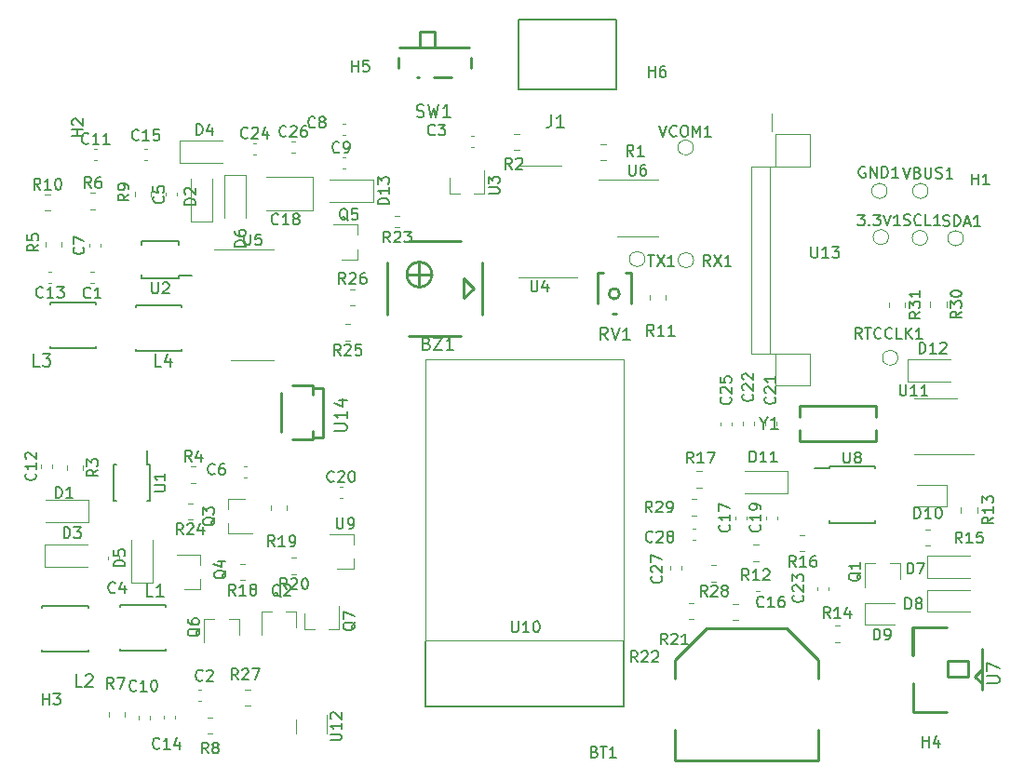
<source format=gbr>
G04 #@! TF.GenerationSoftware,KiCad,Pcbnew,(5.1.10)-1*
G04 #@! TF.CreationDate,2022-08-27T09:58:17+08:00*
G04 #@! TF.ProjectId,epaper-breakout,65706170-6572-42d6-9272-65616b6f7574,rev?*
G04 #@! TF.SameCoordinates,Original*
G04 #@! TF.FileFunction,Legend,Top*
G04 #@! TF.FilePolarity,Positive*
%FSLAX46Y46*%
G04 Gerber Fmt 4.6, Leading zero omitted, Abs format (unit mm)*
G04 Created by KiCad (PCBNEW (5.1.10)-1) date 2022-08-27 09:58:17*
%MOMM*%
%LPD*%
G01*
G04 APERTURE LIST*
%ADD10C,0.120000*%
%ADD11C,0.151994*%
%ADD12C,0.254000*%
%ADD13C,0.152400*%
%ADD14C,0.150000*%
%ADD15C,0.050000*%
G04 APERTURE END LIST*
D10*
X91000000Y-31000000D02*
X91000000Y-32600000D01*
D11*
X67989760Y-22401000D02*
X67989760Y-22401000D01*
X76920400Y-22401000D02*
X67989760Y-22401000D01*
X76920400Y-28819580D02*
X76920400Y-22401000D01*
X67979600Y-28819580D02*
X76920400Y-28819580D01*
X67979600Y-22401000D02*
X67979600Y-28819580D01*
D10*
X105250000Y-38025000D02*
G75*
G03*
X105250000Y-38025000I-700000J0D01*
G01*
X50585000Y-85660000D02*
X50585000Y-87400000D01*
X47765000Y-86100000D02*
X47765000Y-87400000D01*
X79490000Y-44220000D02*
G75*
G03*
X79490000Y-44220000I-700000J0D01*
G01*
X108450000Y-42325000D02*
G75*
G03*
X108450000Y-42325000I-700000J0D01*
G01*
X105200000Y-42300000D02*
G75*
G03*
X105200000Y-42300000I-700000J0D01*
G01*
X83920000Y-44320000D02*
G75*
G03*
X83920000Y-44320000I-700000J0D01*
G01*
X103160000Y-48147936D02*
X103160000Y-48602064D01*
X101690000Y-48147936D02*
X101690000Y-48602064D01*
X106910000Y-48122936D02*
X106910000Y-48577064D01*
X105440000Y-48122936D02*
X105440000Y-48577064D01*
X83747936Y-66065000D02*
X84202064Y-66065000D01*
X83747936Y-67535000D02*
X84202064Y-67535000D01*
X85964564Y-73560000D02*
X85510436Y-73560000D01*
X85964564Y-72090000D02*
X85510436Y-72090000D01*
X101525000Y-38025000D02*
G75*
G03*
X101525000Y-38025000I-700000J0D01*
G01*
X84115580Y-69760000D02*
X83834420Y-69760000D01*
X84115580Y-68740000D02*
X83834420Y-68740000D01*
X101650000Y-42225000D02*
G75*
G03*
X101650000Y-42225000I-700000J0D01*
G01*
D12*
X82240775Y-82368440D02*
X82240775Y-80689500D01*
X82240775Y-80689500D02*
X85138915Y-77788820D01*
X85138915Y-77788820D02*
X92339815Y-77788820D01*
X92339815Y-77788820D02*
X95240495Y-80689500D01*
X95240495Y-80689500D02*
X95240495Y-82368440D01*
X95240038Y-87011128D02*
X95240038Y-89790015D01*
X95240038Y-89790015D02*
X82240013Y-89790015D01*
X82240013Y-89790015D02*
X82240013Y-87011128D01*
X100528018Y-60781997D02*
X93528007Y-60781997D01*
X93528007Y-58550861D02*
X93528007Y-57582003D01*
X93528007Y-60781997D02*
X93528007Y-59813139D01*
X100528018Y-58550861D02*
X100528018Y-57582003D01*
X100528018Y-60781997D02*
X100528018Y-59813139D01*
X100528018Y-57582003D02*
X93528007Y-57582003D01*
D10*
X105918000Y-61996000D02*
X109368000Y-61996000D01*
X105918000Y-61996000D02*
X103968000Y-61996000D01*
X105918000Y-56876000D02*
X107868000Y-56876000D01*
X105918000Y-56876000D02*
X103968000Y-56876000D01*
X102500000Y-53200000D02*
G75*
G03*
X102500000Y-53200000I-700000J0D01*
G01*
X52667936Y-48417000D02*
X53122064Y-48417000D01*
X52667936Y-46947000D02*
X53122064Y-46947000D01*
X52677064Y-50140000D02*
X52222936Y-50140000D01*
X52677064Y-51610000D02*
X52222936Y-51610000D01*
X57196258Y-40301500D02*
X56721742Y-40301500D01*
X57196258Y-41346500D02*
X56721742Y-41346500D01*
X53335000Y-44255000D02*
X51875000Y-44255000D01*
X53335000Y-41095000D02*
X51175000Y-41095000D01*
X53335000Y-41095000D02*
X53335000Y-42025000D01*
X53335000Y-44255000D02*
X53335000Y-43325000D01*
D13*
X33173810Y-48612609D02*
X33173810Y-48448804D01*
X33173810Y-48448804D02*
X37376190Y-48448804D01*
X37376190Y-48448804D02*
X37376190Y-48612609D01*
X33173810Y-52437391D02*
X33173810Y-52601196D01*
X33173810Y-52601196D02*
X37376190Y-52601196D01*
X37376190Y-52601196D02*
X37376190Y-52437391D01*
X25393810Y-48309609D02*
X25393810Y-48145804D01*
X25393810Y-48145804D02*
X29596190Y-48145804D01*
X29596190Y-48145804D02*
X29596190Y-48309609D01*
X25393810Y-52134391D02*
X25393810Y-52298196D01*
X25393810Y-52298196D02*
X29596190Y-52298196D01*
X29596190Y-52298196D02*
X29596190Y-52134391D01*
X24685696Y-75957609D02*
X24685696Y-75793804D01*
X24685696Y-75793804D02*
X28888076Y-75793804D01*
X28888076Y-75793804D02*
X28888076Y-75957609D01*
X24685696Y-79782391D02*
X24685696Y-79946196D01*
X24685696Y-79946196D02*
X28888076Y-79946196D01*
X28888076Y-79946196D02*
X28888076Y-79782391D01*
X31731924Y-75827609D02*
X31731924Y-75663804D01*
X31731924Y-75663804D02*
X35934304Y-75663804D01*
X35934304Y-75663804D02*
X35934304Y-75827609D01*
X31731924Y-79652391D02*
X31731924Y-79816196D01*
X31731924Y-79816196D02*
X35934304Y-79816196D01*
X35934304Y-79816196D02*
X35934304Y-79652391D01*
D10*
X54750000Y-39025000D02*
X50850000Y-39025000D01*
X54750000Y-37025000D02*
X50850000Y-37025000D01*
X54750000Y-39025000D02*
X54750000Y-37025000D01*
X103414000Y-53356000D02*
X107314000Y-53356000D01*
X103414000Y-55356000D02*
X107314000Y-55356000D01*
X103414000Y-53356000D02*
X103414000Y-55356000D01*
X92500000Y-65516000D02*
X88600000Y-65516000D01*
X92500000Y-63516000D02*
X88600000Y-63516000D01*
X92500000Y-65516000D02*
X92500000Y-63516000D01*
X47370420Y-34580000D02*
X47651580Y-34580000D01*
X47370420Y-33560000D02*
X47651580Y-33560000D01*
X86390000Y-59059420D02*
X86390000Y-59340580D01*
X87410000Y-59059420D02*
X87410000Y-59340580D01*
X88390000Y-59041420D02*
X88390000Y-59322580D01*
X89410000Y-59041420D02*
X89410000Y-59322580D01*
X90422000Y-59041420D02*
X90422000Y-59322580D01*
X91442000Y-59041420D02*
X91442000Y-59322580D01*
D12*
X63931000Y-46900000D02*
X63042000Y-47789000D01*
X63042000Y-47789000D02*
X63042000Y-46011000D01*
X63042000Y-46011000D02*
X63169000Y-46138000D01*
X63169000Y-46138000D02*
X63931000Y-46900000D01*
X58978000Y-46773000D02*
X58978000Y-44487000D01*
X60121000Y-45630000D02*
X57835000Y-45630000D01*
X58018134Y-51218000D02*
X62731866Y-51218000D01*
X56057000Y-44543134D02*
X56057000Y-49256866D01*
X62731866Y-42582000D02*
X58018134Y-42582000D01*
X64693000Y-49256866D02*
X64693000Y-44543134D01*
X60113812Y-45629924D02*
G75*
G03*
X60113812Y-45629924I-1135888J0D01*
G01*
X103845995Y-77704086D02*
X103845995Y-80297045D01*
X110137194Y-82794297D02*
X109512430Y-82169457D01*
X109512430Y-82169457D02*
X110137194Y-81544617D01*
X103875815Y-77685392D02*
X103875815Y-80278351D01*
X103875815Y-82790614D02*
X103875815Y-85384462D01*
X103875815Y-82790614D02*
X103875815Y-85384462D01*
X103875815Y-85384462D02*
X106944160Y-85384462D01*
X103875815Y-85384462D02*
X106944160Y-85384462D01*
X103875815Y-77685392D02*
X106944160Y-77685392D01*
X103875815Y-77685392D02*
X106944160Y-77685392D01*
X110176005Y-83409079D02*
X110176005Y-79659074D01*
X107060746Y-82199480D02*
X107060746Y-80758538D01*
X107060746Y-80758538D02*
X108912406Y-80758538D01*
X108912406Y-80758538D02*
X108912406Y-82199480D01*
X108912406Y-82199480D02*
X107060746Y-82199480D01*
D10*
X69913000Y-45884000D02*
X73363000Y-45884000D01*
X69913000Y-45884000D02*
X67963000Y-45884000D01*
X69913000Y-35764000D02*
X71863000Y-35764000D01*
X69913000Y-35764000D02*
X67963000Y-35764000D01*
D14*
X96250000Y-63250000D02*
X94950000Y-63250000D01*
X96250000Y-68200000D02*
X100400000Y-68200000D01*
X96250000Y-63050000D02*
X100400000Y-63050000D01*
X96250000Y-68200000D02*
X96250000Y-68000000D01*
X100400000Y-68200000D02*
X100400000Y-68000000D01*
X100400000Y-63050000D02*
X100400000Y-63250000D01*
X96250000Y-63050000D02*
X96250000Y-63250000D01*
D10*
X43800000Y-43340000D02*
X40350000Y-43340000D01*
X43800000Y-43340000D02*
X45750000Y-43340000D01*
X43800000Y-53460000D02*
X41850000Y-53460000D01*
X43800000Y-53460000D02*
X45750000Y-53460000D01*
X78825000Y-37010000D02*
X75300000Y-37010000D01*
X78825000Y-37010000D02*
X80705000Y-37010000D01*
X78825000Y-42190000D02*
X76945000Y-42190000D01*
X78825000Y-42190000D02*
X80705000Y-42190000D01*
X89170000Y-52800000D02*
X89170000Y-35800000D01*
X90830000Y-52800000D02*
X90830000Y-35800000D01*
X90830000Y-52800000D02*
X94520000Y-52800000D01*
X90830000Y-35800000D02*
X94520000Y-35800000D01*
X94520000Y-52800000D02*
X94520000Y-55710000D01*
X94520000Y-35800000D02*
X94520000Y-32890000D01*
X94520000Y-55710000D02*
X91360000Y-55710000D01*
X94520000Y-32890000D02*
X91360000Y-32890000D01*
X91360000Y-55710000D02*
X91360000Y-52800000D01*
X91360000Y-32890000D02*
X91360000Y-35800000D01*
X91360000Y-52800000D02*
X89170000Y-52800000D01*
X91360000Y-35800000D02*
X89170000Y-35800000D01*
D15*
X59525000Y-53375000D02*
X77525000Y-53375000D01*
X59525000Y-78905000D02*
X59525000Y-53375000D01*
X77525000Y-78905000D02*
X59525000Y-78905000D01*
X77525000Y-53375000D02*
X77525000Y-78905000D01*
D14*
X77542000Y-78960000D02*
X77542000Y-84929000D01*
X59508000Y-78960000D02*
X59508000Y-84929000D01*
X59508000Y-84929000D02*
X77542000Y-84929000D01*
D10*
X61729000Y-38282000D02*
X61729000Y-36822000D01*
X64889000Y-38282000D02*
X64889000Y-36122000D01*
X64889000Y-38282000D02*
X63959000Y-38282000D01*
X61729000Y-38282000D02*
X62659000Y-38282000D01*
D14*
X37075000Y-45750000D02*
X38300000Y-45750000D01*
X37075000Y-42625000D02*
X33725000Y-42625000D01*
X37075000Y-45975000D02*
X33725000Y-45975000D01*
X37075000Y-42625000D02*
X37075000Y-42925000D01*
X33725000Y-42625000D02*
X33725000Y-42925000D01*
X33725000Y-45975000D02*
X33725000Y-45675000D01*
X37075000Y-45975000D02*
X37075000Y-45750000D01*
X34255000Y-62895000D02*
X34255000Y-61670000D01*
X31130000Y-62895000D02*
X31130000Y-66245000D01*
X34480000Y-62895000D02*
X34480000Y-66245000D01*
X31130000Y-62895000D02*
X31430000Y-62895000D01*
X31130000Y-66245000D02*
X31430000Y-66245000D01*
X34480000Y-66245000D02*
X34180000Y-66245000D01*
X34480000Y-62895000D02*
X34255000Y-62895000D01*
D10*
X52985000Y-72380000D02*
X51525000Y-72380000D01*
X52985000Y-69220000D02*
X50825000Y-69220000D01*
X52985000Y-69220000D02*
X52985000Y-70150000D01*
X52985000Y-72380000D02*
X52985000Y-71450000D01*
X83900000Y-34075000D02*
G75*
G03*
X83900000Y-34075000I-700000J0D01*
G01*
D12*
X59050053Y-23501581D02*
X60350127Y-23501581D01*
X60350127Y-23501581D02*
X60350127Y-25001655D01*
X59050053Y-25001655D02*
X59050053Y-23501581D01*
X60258230Y-27701573D02*
X61941970Y-27701573D01*
X58758233Y-27701573D02*
X58942027Y-27701573D01*
X57150133Y-25001655D02*
X63550121Y-25001655D01*
X63650146Y-25889715D02*
X63650146Y-26813513D01*
X57050108Y-25889715D02*
X57050108Y-26813513D01*
X76531090Y-49150009D02*
X76868910Y-49150009D01*
X75200003Y-47299924D02*
X75200003Y-48218642D01*
X77731240Y-45499826D02*
X78200124Y-45499826D01*
X75200130Y-45499826D02*
X75668760Y-45499826D01*
X77731240Y-45499826D02*
X78200124Y-45499826D01*
X75200130Y-45499826D02*
X75668760Y-45499826D01*
X78200124Y-45499826D02*
X78200124Y-48218642D01*
X77731240Y-45499826D02*
X78200124Y-45499826D01*
X75200130Y-45499826D02*
X75668760Y-45499826D01*
X75200130Y-47299924D02*
X75200130Y-45499826D01*
X78200124Y-47299924D02*
X78200124Y-45499826D01*
X77175488Y-47375108D02*
G75*
G03*
X77175488Y-47375108I-475234J0D01*
G01*
D10*
X68039564Y-32815000D02*
X67585436Y-32815000D01*
X68039564Y-34285000D02*
X67585436Y-34285000D01*
X75472936Y-35210000D02*
X75927064Y-35210000D01*
X75472936Y-33740000D02*
X75927064Y-33740000D01*
X83952064Y-75490000D02*
X83497936Y-75490000D01*
X83952064Y-76960000D02*
X83497936Y-76960000D01*
X87952064Y-75565000D02*
X87497936Y-75565000D01*
X87952064Y-77035000D02*
X87497936Y-77035000D01*
X43577064Y-83365000D02*
X43122936Y-83365000D01*
X43577064Y-84835000D02*
X43122936Y-84835000D01*
X24918936Y-39831000D02*
X25373064Y-39831000D01*
X24918936Y-38361000D02*
X25373064Y-38361000D01*
X33110000Y-38056936D02*
X33110000Y-38511064D01*
X34580000Y-38056936D02*
X34580000Y-38511064D01*
X29060436Y-39685000D02*
X29514564Y-39685000D01*
X29060436Y-38215000D02*
X29514564Y-38215000D01*
X24990000Y-42672936D02*
X24990000Y-43127064D01*
X26460000Y-42672936D02*
X26460000Y-43127064D01*
X47802064Y-71405000D02*
X47347936Y-71405000D01*
X47802064Y-72875000D02*
X47347936Y-72875000D01*
X79910000Y-47462936D02*
X79910000Y-47917064D01*
X81380000Y-47462936D02*
X81380000Y-47917064D01*
X38362064Y-66435000D02*
X37907936Y-66435000D01*
X38362064Y-67905000D02*
X37907936Y-67905000D01*
X46926000Y-67091064D02*
X46926000Y-66636936D01*
X45456000Y-67091064D02*
X45456000Y-66636936D01*
X89802064Y-70215000D02*
X89347936Y-70215000D01*
X89802064Y-71685000D02*
X89347936Y-71685000D01*
X94016064Y-69299000D02*
X93561936Y-69299000D01*
X94016064Y-70769000D02*
X93561936Y-70769000D01*
X104991936Y-70261000D02*
X105446064Y-70261000D01*
X104991936Y-68791000D02*
X105446064Y-68791000D01*
X39717436Y-87411000D02*
X40171564Y-87411000D01*
X39717436Y-85941000D02*
X40171564Y-85941000D01*
X30724000Y-85432936D02*
X30724000Y-85887064D01*
X32194000Y-85432936D02*
X32194000Y-85887064D01*
X38197936Y-64575000D02*
X38652064Y-64575000D01*
X38197936Y-63105000D02*
X38652064Y-63105000D01*
X26914000Y-62977436D02*
X26914000Y-63431564D01*
X28384000Y-62977436D02*
X28384000Y-63431564D01*
X96772936Y-79035000D02*
X97227064Y-79035000D01*
X96772936Y-77565000D02*
X97227064Y-77565000D01*
X109701000Y-67283064D02*
X109701000Y-66828936D01*
X108231000Y-67283064D02*
X108231000Y-66828936D01*
X43116064Y-71971000D02*
X42661936Y-71971000D01*
X43116064Y-73441000D02*
X42661936Y-73441000D01*
X39077000Y-74286000D02*
X37617000Y-74286000D01*
X39077000Y-71126000D02*
X36917000Y-71126000D01*
X39077000Y-71126000D02*
X39077000Y-72056000D01*
X39077000Y-74286000D02*
X39077000Y-73356000D01*
X48521000Y-77906000D02*
X48521000Y-76446000D01*
X51681000Y-77906000D02*
X51681000Y-75746000D01*
X51681000Y-77906000D02*
X50751000Y-77906000D01*
X48521000Y-77906000D02*
X49451000Y-77906000D01*
X41621000Y-66046000D02*
X43081000Y-66046000D01*
X41621000Y-69206000D02*
X43781000Y-69206000D01*
X41621000Y-69206000D02*
X41621000Y-68276000D01*
X41621000Y-66046000D02*
X41621000Y-66976000D01*
X47771000Y-76264000D02*
X47771000Y-77724000D01*
X44611000Y-76264000D02*
X44611000Y-78424000D01*
X44611000Y-76264000D02*
X45541000Y-76264000D01*
X47771000Y-76264000D02*
X46841000Y-76264000D01*
X42555000Y-76955000D02*
X42555000Y-78415000D01*
X39395000Y-76955000D02*
X39395000Y-79115000D01*
X39395000Y-76955000D02*
X40325000Y-76955000D01*
X42555000Y-76955000D02*
X41625000Y-76955000D01*
X102672000Y-71884000D02*
X102672000Y-73344000D01*
X99512000Y-71884000D02*
X99512000Y-74044000D01*
X99512000Y-71884000D02*
X100442000Y-71884000D01*
X102672000Y-71884000D02*
X101742000Y-71884000D01*
X105150000Y-74300000D02*
X109050000Y-74300000D01*
X105150000Y-76300000D02*
X109050000Y-76300000D01*
X105150000Y-74300000D02*
X105150000Y-76300000D01*
X106904000Y-64756000D02*
X104219000Y-64756000D01*
X106904000Y-66676000D02*
X106904000Y-64756000D01*
X104219000Y-66676000D02*
X106904000Y-66676000D01*
X99515000Y-77460000D02*
X102200000Y-77460000D01*
X99515000Y-75540000D02*
X99515000Y-77460000D01*
X102200000Y-75540000D02*
X99515000Y-75540000D01*
X105150000Y-71200000D02*
X109050000Y-71200000D01*
X105150000Y-73200000D02*
X109050000Y-73200000D01*
X105150000Y-71200000D02*
X105150000Y-73200000D01*
X43227000Y-36542000D02*
X43227000Y-40442000D01*
X41227000Y-36542000D02*
X41227000Y-40442000D01*
X43227000Y-36542000D02*
X41227000Y-36542000D01*
X37183000Y-33474000D02*
X41083000Y-33474000D01*
X37183000Y-35474000D02*
X41083000Y-35474000D01*
X37183000Y-33474000D02*
X37183000Y-35474000D01*
X38179000Y-40788000D02*
X38179000Y-36888000D01*
X40179000Y-40788000D02*
X40179000Y-36888000D01*
X38179000Y-40788000D02*
X40179000Y-40788000D01*
X32745000Y-73686000D02*
X32745000Y-69786000D01*
X34745000Y-73686000D02*
X34745000Y-69786000D01*
X32745000Y-73686000D02*
X34745000Y-73686000D01*
X24891000Y-70182000D02*
X28791000Y-70182000D01*
X24891000Y-72182000D02*
X28791000Y-72182000D01*
X24891000Y-70182000D02*
X24891000Y-72182000D01*
X28883000Y-68118000D02*
X24983000Y-68118000D01*
X28883000Y-66118000D02*
X24983000Y-66118000D01*
X28883000Y-68118000D02*
X28883000Y-66118000D01*
X81790000Y-72159420D02*
X81790000Y-72440580D01*
X82810000Y-72159420D02*
X82810000Y-72440580D01*
X96210000Y-74365580D02*
X96210000Y-74084420D01*
X95190000Y-74365580D02*
X95190000Y-74084420D01*
X89609420Y-74410000D02*
X89890580Y-74410000D01*
X89609420Y-73390000D02*
X89890580Y-73390000D01*
X34252580Y-34218000D02*
X33971420Y-34218000D01*
X34252580Y-35238000D02*
X33971420Y-35238000D01*
X25515580Y-45340000D02*
X25234420Y-45340000D01*
X25515580Y-46360000D02*
X25234420Y-46360000D01*
X91505000Y-67888580D02*
X91505000Y-67607420D01*
X90485000Y-67888580D02*
X90485000Y-67607420D01*
X49259000Y-36774000D02*
X45049000Y-36774000D01*
X49259000Y-39794000D02*
X49259000Y-36774000D01*
X45049000Y-39794000D02*
X49259000Y-39794000D01*
X52273580Y-34980000D02*
X51992420Y-34980000D01*
X52273580Y-36000000D02*
X51992420Y-36000000D01*
X88711000Y-67901580D02*
X88711000Y-67620420D01*
X87691000Y-67901580D02*
X87691000Y-67620420D01*
X51992420Y-32952000D02*
X52273580Y-32952000D01*
X51992420Y-31932000D02*
X52273580Y-31932000D01*
X63676420Y-34030000D02*
X63957580Y-34030000D01*
X63676420Y-33010000D02*
X63957580Y-33010000D01*
X36795000Y-86041580D02*
X36795000Y-85760420D01*
X35775000Y-86041580D02*
X35775000Y-85760420D01*
X29386420Y-35238000D02*
X29667580Y-35238000D01*
X29386420Y-34218000D02*
X29667580Y-34218000D01*
X29985000Y-43115580D02*
X29985000Y-42834420D01*
X28965000Y-43115580D02*
X28965000Y-42834420D01*
X25619000Y-63207580D02*
X25619000Y-62926420D01*
X24599000Y-63207580D02*
X24599000Y-62926420D01*
X34509000Y-86067580D02*
X34509000Y-85786420D01*
X33489000Y-86067580D02*
X33489000Y-85786420D01*
X35875000Y-38143420D02*
X35875000Y-38424580D01*
X36895000Y-38143420D02*
X36895000Y-38424580D01*
X38884420Y-84425000D02*
X39165580Y-84425000D01*
X38884420Y-83405000D02*
X39165580Y-83405000D01*
X43265580Y-63070000D02*
X42984420Y-63070000D01*
X43265580Y-64090000D02*
X42984420Y-64090000D01*
X31715000Y-71576580D02*
X31715000Y-71295420D01*
X30695000Y-71576580D02*
X30695000Y-71295420D01*
X43864420Y-34730000D02*
X44145580Y-34730000D01*
X43864420Y-33710000D02*
X44145580Y-33710000D01*
X51709420Y-65985000D02*
X51990580Y-65985000D01*
X51709420Y-64965000D02*
X51990580Y-64965000D01*
X29365580Y-45390000D02*
X29084420Y-45390000D01*
X29365580Y-46410000D02*
X29084420Y-46410000D01*
X84197936Y-65010000D02*
X84652064Y-65010000D01*
X84197936Y-63540000D02*
X84652064Y-63540000D01*
D12*
X49250061Y-59831163D02*
X49250061Y-60650008D01*
X49250061Y-55749967D02*
X49250061Y-56568863D01*
X47381180Y-55749967D02*
X49250061Y-55749967D01*
X47381180Y-60650008D02*
X49250061Y-60650008D01*
X50227961Y-60450440D02*
X49250061Y-60450440D01*
X50227961Y-55921620D02*
X50227961Y-60450440D01*
X49250061Y-55921620D02*
X50227961Y-55921620D01*
X46376000Y-59960601D02*
X46366602Y-59969999D01*
X46376000Y-56385780D02*
X46376000Y-59960601D01*
D13*
X70990225Y-31092553D02*
X70990225Y-31908982D01*
X70935797Y-32072267D01*
X70826940Y-32181124D01*
X70663654Y-32235553D01*
X70554797Y-32235553D01*
X72133225Y-32235553D02*
X71480082Y-32235553D01*
X71806654Y-32235553D02*
X71806654Y-31092553D01*
X71697797Y-31255839D01*
X71588940Y-31364696D01*
X71480082Y-31419124D01*
D14*
X79838095Y-27652380D02*
X79838095Y-26652380D01*
X79838095Y-27128571D02*
X80409523Y-27128571D01*
X80409523Y-27652380D02*
X80409523Y-26652380D01*
X81314285Y-26652380D02*
X81123809Y-26652380D01*
X81028571Y-26700000D01*
X80980952Y-26747619D01*
X80885714Y-26890476D01*
X80838095Y-27080952D01*
X80838095Y-27461904D01*
X80885714Y-27557142D01*
X80933333Y-27604761D01*
X81028571Y-27652380D01*
X81219047Y-27652380D01*
X81314285Y-27604761D01*
X81361904Y-27557142D01*
X81409523Y-27461904D01*
X81409523Y-27223809D01*
X81361904Y-27128571D01*
X81314285Y-27080952D01*
X81219047Y-27033333D01*
X81028571Y-27033333D01*
X80933333Y-27080952D01*
X80885714Y-27128571D01*
X80838095Y-27223809D01*
X52838095Y-27152380D02*
X52838095Y-26152380D01*
X52838095Y-26628571D02*
X53409523Y-26628571D01*
X53409523Y-27152380D02*
X53409523Y-26152380D01*
X54361904Y-26152380D02*
X53885714Y-26152380D01*
X53838095Y-26628571D01*
X53885714Y-26580952D01*
X53980952Y-26533333D01*
X54219047Y-26533333D01*
X54314285Y-26580952D01*
X54361904Y-26628571D01*
X54409523Y-26723809D01*
X54409523Y-26961904D01*
X54361904Y-27057142D01*
X54314285Y-27104761D01*
X54219047Y-27152380D01*
X53980952Y-27152380D01*
X53885714Y-27104761D01*
X53838095Y-27057142D01*
X102965476Y-35877380D02*
X103298809Y-36877380D01*
X103632142Y-35877380D01*
X104298809Y-36353571D02*
X104441666Y-36401190D01*
X104489285Y-36448809D01*
X104536904Y-36544047D01*
X104536904Y-36686904D01*
X104489285Y-36782142D01*
X104441666Y-36829761D01*
X104346428Y-36877380D01*
X103965476Y-36877380D01*
X103965476Y-35877380D01*
X104298809Y-35877380D01*
X104394047Y-35925000D01*
X104441666Y-35972619D01*
X104489285Y-36067857D01*
X104489285Y-36163095D01*
X104441666Y-36258333D01*
X104394047Y-36305952D01*
X104298809Y-36353571D01*
X103965476Y-36353571D01*
X104965476Y-35877380D02*
X104965476Y-36686904D01*
X105013095Y-36782142D01*
X105060714Y-36829761D01*
X105155952Y-36877380D01*
X105346428Y-36877380D01*
X105441666Y-36829761D01*
X105489285Y-36782142D01*
X105536904Y-36686904D01*
X105536904Y-35877380D01*
X105965476Y-36829761D02*
X106108333Y-36877380D01*
X106346428Y-36877380D01*
X106441666Y-36829761D01*
X106489285Y-36782142D01*
X106536904Y-36686904D01*
X106536904Y-36591666D01*
X106489285Y-36496428D01*
X106441666Y-36448809D01*
X106346428Y-36401190D01*
X106155952Y-36353571D01*
X106060714Y-36305952D01*
X106013095Y-36258333D01*
X105965476Y-36163095D01*
X105965476Y-36067857D01*
X106013095Y-35972619D01*
X106060714Y-35925000D01*
X106155952Y-35877380D01*
X106394047Y-35877380D01*
X106536904Y-35925000D01*
X107489285Y-36877380D02*
X106917857Y-36877380D01*
X107203571Y-36877380D02*
X107203571Y-35877380D01*
X107108333Y-36020238D01*
X107013095Y-36115476D01*
X106917857Y-36163095D01*
X50877380Y-87988095D02*
X51686904Y-87988095D01*
X51782142Y-87940476D01*
X51829761Y-87892857D01*
X51877380Y-87797619D01*
X51877380Y-87607142D01*
X51829761Y-87511904D01*
X51782142Y-87464285D01*
X51686904Y-87416666D01*
X50877380Y-87416666D01*
X51877380Y-86416666D02*
X51877380Y-86988095D01*
X51877380Y-86702380D02*
X50877380Y-86702380D01*
X51020238Y-86797619D01*
X51115476Y-86892857D01*
X51163095Y-86988095D01*
X50972619Y-86035714D02*
X50925000Y-85988095D01*
X50877380Y-85892857D01*
X50877380Y-85654761D01*
X50925000Y-85559523D01*
X50972619Y-85511904D01*
X51067857Y-85464285D01*
X51163095Y-85464285D01*
X51305952Y-85511904D01*
X51877380Y-86083333D01*
X51877380Y-85464285D01*
X79771904Y-43842380D02*
X80343333Y-43842380D01*
X80057619Y-44842380D02*
X80057619Y-43842380D01*
X80581428Y-43842380D02*
X81248095Y-44842380D01*
X81248095Y-43842380D02*
X80581428Y-44842380D01*
X82152857Y-44842380D02*
X81581428Y-44842380D01*
X81867142Y-44842380D02*
X81867142Y-43842380D01*
X81771904Y-43985238D01*
X81676666Y-44080476D01*
X81581428Y-44128095D01*
X106609523Y-41179761D02*
X106752380Y-41227380D01*
X106990476Y-41227380D01*
X107085714Y-41179761D01*
X107133333Y-41132142D01*
X107180952Y-41036904D01*
X107180952Y-40941666D01*
X107133333Y-40846428D01*
X107085714Y-40798809D01*
X106990476Y-40751190D01*
X106800000Y-40703571D01*
X106704761Y-40655952D01*
X106657142Y-40608333D01*
X106609523Y-40513095D01*
X106609523Y-40417857D01*
X106657142Y-40322619D01*
X106704761Y-40275000D01*
X106800000Y-40227380D01*
X107038095Y-40227380D01*
X107180952Y-40275000D01*
X107609523Y-41227380D02*
X107609523Y-40227380D01*
X107847619Y-40227380D01*
X107990476Y-40275000D01*
X108085714Y-40370238D01*
X108133333Y-40465476D01*
X108180952Y-40655952D01*
X108180952Y-40798809D01*
X108133333Y-40989285D01*
X108085714Y-41084523D01*
X107990476Y-41179761D01*
X107847619Y-41227380D01*
X107609523Y-41227380D01*
X108561904Y-40941666D02*
X109038095Y-40941666D01*
X108466666Y-41227380D02*
X108800000Y-40227380D01*
X109133333Y-41227380D01*
X109990476Y-41227380D02*
X109419047Y-41227380D01*
X109704761Y-41227380D02*
X109704761Y-40227380D01*
X109609523Y-40370238D01*
X109514285Y-40465476D01*
X109419047Y-40513095D01*
X103033333Y-41104761D02*
X103176190Y-41152380D01*
X103414285Y-41152380D01*
X103509523Y-41104761D01*
X103557142Y-41057142D01*
X103604761Y-40961904D01*
X103604761Y-40866666D01*
X103557142Y-40771428D01*
X103509523Y-40723809D01*
X103414285Y-40676190D01*
X103223809Y-40628571D01*
X103128571Y-40580952D01*
X103080952Y-40533333D01*
X103033333Y-40438095D01*
X103033333Y-40342857D01*
X103080952Y-40247619D01*
X103128571Y-40200000D01*
X103223809Y-40152380D01*
X103461904Y-40152380D01*
X103604761Y-40200000D01*
X104604761Y-41057142D02*
X104557142Y-41104761D01*
X104414285Y-41152380D01*
X104319047Y-41152380D01*
X104176190Y-41104761D01*
X104080952Y-41009523D01*
X104033333Y-40914285D01*
X103985714Y-40723809D01*
X103985714Y-40580952D01*
X104033333Y-40390476D01*
X104080952Y-40295238D01*
X104176190Y-40200000D01*
X104319047Y-40152380D01*
X104414285Y-40152380D01*
X104557142Y-40200000D01*
X104604761Y-40247619D01*
X105509523Y-41152380D02*
X105033333Y-41152380D01*
X105033333Y-40152380D01*
X106366666Y-41152380D02*
X105795238Y-41152380D01*
X106080952Y-41152380D02*
X106080952Y-40152380D01*
X105985714Y-40295238D01*
X105890476Y-40390476D01*
X105795238Y-40438095D01*
X85427142Y-44842380D02*
X85093809Y-44366190D01*
X84855714Y-44842380D02*
X84855714Y-43842380D01*
X85236666Y-43842380D01*
X85331904Y-43890000D01*
X85379523Y-43937619D01*
X85427142Y-44032857D01*
X85427142Y-44175714D01*
X85379523Y-44270952D01*
X85331904Y-44318571D01*
X85236666Y-44366190D01*
X84855714Y-44366190D01*
X85760476Y-43842380D02*
X86427142Y-44842380D01*
X86427142Y-43842380D02*
X85760476Y-44842380D01*
X87331904Y-44842380D02*
X86760476Y-44842380D01*
X87046190Y-44842380D02*
X87046190Y-43842380D01*
X86950952Y-43985238D01*
X86855714Y-44080476D01*
X86760476Y-44128095D01*
X104527380Y-49017857D02*
X104051190Y-49351190D01*
X104527380Y-49589285D02*
X103527380Y-49589285D01*
X103527380Y-49208333D01*
X103575000Y-49113095D01*
X103622619Y-49065476D01*
X103717857Y-49017857D01*
X103860714Y-49017857D01*
X103955952Y-49065476D01*
X104003571Y-49113095D01*
X104051190Y-49208333D01*
X104051190Y-49589285D01*
X103527380Y-48684523D02*
X103527380Y-48065476D01*
X103908333Y-48398809D01*
X103908333Y-48255952D01*
X103955952Y-48160714D01*
X104003571Y-48113095D01*
X104098809Y-48065476D01*
X104336904Y-48065476D01*
X104432142Y-48113095D01*
X104479761Y-48160714D01*
X104527380Y-48255952D01*
X104527380Y-48541666D01*
X104479761Y-48636904D01*
X104432142Y-48684523D01*
X104527380Y-47113095D02*
X104527380Y-47684523D01*
X104527380Y-47398809D02*
X103527380Y-47398809D01*
X103670238Y-47494047D01*
X103765476Y-47589285D01*
X103813095Y-47684523D01*
X108277380Y-48992857D02*
X107801190Y-49326190D01*
X108277380Y-49564285D02*
X107277380Y-49564285D01*
X107277380Y-49183333D01*
X107325000Y-49088095D01*
X107372619Y-49040476D01*
X107467857Y-48992857D01*
X107610714Y-48992857D01*
X107705952Y-49040476D01*
X107753571Y-49088095D01*
X107801190Y-49183333D01*
X107801190Y-49564285D01*
X107277380Y-48659523D02*
X107277380Y-48040476D01*
X107658333Y-48373809D01*
X107658333Y-48230952D01*
X107705952Y-48135714D01*
X107753571Y-48088095D01*
X107848809Y-48040476D01*
X108086904Y-48040476D01*
X108182142Y-48088095D01*
X108229761Y-48135714D01*
X108277380Y-48230952D01*
X108277380Y-48516666D01*
X108229761Y-48611904D01*
X108182142Y-48659523D01*
X107277380Y-47421428D02*
X107277380Y-47326190D01*
X107325000Y-47230952D01*
X107372619Y-47183333D01*
X107467857Y-47135714D01*
X107658333Y-47088095D01*
X107896428Y-47088095D01*
X108086904Y-47135714D01*
X108182142Y-47183333D01*
X108229761Y-47230952D01*
X108277380Y-47326190D01*
X108277380Y-47421428D01*
X108229761Y-47516666D01*
X108182142Y-47564285D01*
X108086904Y-47611904D01*
X107896428Y-47659523D01*
X107658333Y-47659523D01*
X107467857Y-47611904D01*
X107372619Y-47564285D01*
X107325000Y-47516666D01*
X107277380Y-47421428D01*
X80127141Y-67252379D02*
X79793808Y-66776189D01*
X79555713Y-67252379D02*
X79555713Y-66252379D01*
X79936665Y-66252379D01*
X80031903Y-66299999D01*
X80079522Y-66347618D01*
X80127141Y-66442856D01*
X80127141Y-66585713D01*
X80079522Y-66680951D01*
X80031903Y-66728570D01*
X79936665Y-66776189D01*
X79555713Y-66776189D01*
X80508094Y-66347618D02*
X80555713Y-66299999D01*
X80650951Y-66252379D01*
X80889046Y-66252379D01*
X80984284Y-66299999D01*
X81031903Y-66347618D01*
X81079522Y-66442856D01*
X81079522Y-66538094D01*
X81031903Y-66680951D01*
X80460475Y-67252379D01*
X81079522Y-67252379D01*
X81555713Y-67252379D02*
X81746189Y-67252379D01*
X81841427Y-67204760D01*
X81889046Y-67157141D01*
X81984284Y-67014284D01*
X82031903Y-66823808D01*
X82031903Y-66442856D01*
X81984284Y-66347618D01*
X81936665Y-66299999D01*
X81841427Y-66252379D01*
X81650951Y-66252379D01*
X81555713Y-66299999D01*
X81508094Y-66347618D01*
X81460475Y-66442856D01*
X81460475Y-66680951D01*
X81508094Y-66776189D01*
X81555713Y-66823808D01*
X81650951Y-66871427D01*
X81841427Y-66871427D01*
X81936665Y-66823808D01*
X81984284Y-66776189D01*
X82031903Y-66680951D01*
X85144642Y-74902380D02*
X84811309Y-74426190D01*
X84573214Y-74902380D02*
X84573214Y-73902380D01*
X84954166Y-73902380D01*
X85049404Y-73950000D01*
X85097023Y-73997619D01*
X85144642Y-74092857D01*
X85144642Y-74235714D01*
X85097023Y-74330952D01*
X85049404Y-74378571D01*
X84954166Y-74426190D01*
X84573214Y-74426190D01*
X85525595Y-73997619D02*
X85573214Y-73950000D01*
X85668452Y-73902380D01*
X85906547Y-73902380D01*
X86001785Y-73950000D01*
X86049404Y-73997619D01*
X86097023Y-74092857D01*
X86097023Y-74188095D01*
X86049404Y-74330952D01*
X85477976Y-74902380D01*
X86097023Y-74902380D01*
X86668452Y-74330952D02*
X86573214Y-74283333D01*
X86525595Y-74235714D01*
X86477976Y-74140476D01*
X86477976Y-74092857D01*
X86525595Y-73997619D01*
X86573214Y-73950000D01*
X86668452Y-73902380D01*
X86858928Y-73902380D01*
X86954166Y-73950000D01*
X87001785Y-73997619D01*
X87049404Y-74092857D01*
X87049404Y-74140476D01*
X87001785Y-74235714D01*
X86954166Y-74283333D01*
X86858928Y-74330952D01*
X86668452Y-74330952D01*
X86573214Y-74378571D01*
X86525595Y-74426190D01*
X86477976Y-74521428D01*
X86477976Y-74711904D01*
X86525595Y-74807142D01*
X86573214Y-74854761D01*
X86668452Y-74902380D01*
X86858928Y-74902380D01*
X86954166Y-74854761D01*
X87001785Y-74807142D01*
X87049404Y-74711904D01*
X87049404Y-74521428D01*
X87001785Y-74426190D01*
X86954166Y-74378571D01*
X86858928Y-74330952D01*
X104738095Y-88602380D02*
X104738095Y-87602380D01*
X104738095Y-88078571D02*
X105309523Y-88078571D01*
X105309523Y-88602380D02*
X105309523Y-87602380D01*
X106214285Y-87935714D02*
X106214285Y-88602380D01*
X105976190Y-87554761D02*
X105738095Y-88269047D01*
X106357142Y-88269047D01*
X24738095Y-84752380D02*
X24738095Y-83752380D01*
X24738095Y-84228571D02*
X25309523Y-84228571D01*
X25309523Y-84752380D02*
X25309523Y-83752380D01*
X25690476Y-83752380D02*
X26309523Y-83752380D01*
X25976190Y-84133333D01*
X26119047Y-84133333D01*
X26214285Y-84180952D01*
X26261904Y-84228571D01*
X26309523Y-84323809D01*
X26309523Y-84561904D01*
X26261904Y-84657142D01*
X26214285Y-84704761D01*
X26119047Y-84752380D01*
X25833333Y-84752380D01*
X25738095Y-84704761D01*
X25690476Y-84657142D01*
X99511904Y-35850000D02*
X99416666Y-35802380D01*
X99273809Y-35802380D01*
X99130952Y-35850000D01*
X99035714Y-35945238D01*
X98988095Y-36040476D01*
X98940476Y-36230952D01*
X98940476Y-36373809D01*
X98988095Y-36564285D01*
X99035714Y-36659523D01*
X99130952Y-36754761D01*
X99273809Y-36802380D01*
X99369047Y-36802380D01*
X99511904Y-36754761D01*
X99559523Y-36707142D01*
X99559523Y-36373809D01*
X99369047Y-36373809D01*
X99988095Y-36802380D02*
X99988095Y-35802380D01*
X100559523Y-36802380D01*
X100559523Y-35802380D01*
X101035714Y-36802380D02*
X101035714Y-35802380D01*
X101273809Y-35802380D01*
X101416666Y-35850000D01*
X101511904Y-35945238D01*
X101559523Y-36040476D01*
X101607142Y-36230952D01*
X101607142Y-36373809D01*
X101559523Y-36564285D01*
X101511904Y-36659523D01*
X101416666Y-36754761D01*
X101273809Y-36802380D01*
X101035714Y-36802380D01*
X102559523Y-36802380D02*
X101988095Y-36802380D01*
X102273809Y-36802380D02*
X102273809Y-35802380D01*
X102178571Y-35945238D01*
X102083333Y-36040476D01*
X101988095Y-36088095D01*
X80182142Y-69882142D02*
X80134523Y-69929761D01*
X79991666Y-69977380D01*
X79896428Y-69977380D01*
X79753571Y-69929761D01*
X79658333Y-69834523D01*
X79610714Y-69739285D01*
X79563095Y-69548809D01*
X79563095Y-69405952D01*
X79610714Y-69215476D01*
X79658333Y-69120238D01*
X79753571Y-69025000D01*
X79896428Y-68977380D01*
X79991666Y-68977380D01*
X80134523Y-69025000D01*
X80182142Y-69072619D01*
X80563095Y-69072619D02*
X80610714Y-69025000D01*
X80705952Y-68977380D01*
X80944047Y-68977380D01*
X81039285Y-69025000D01*
X81086904Y-69072619D01*
X81134523Y-69167857D01*
X81134523Y-69263095D01*
X81086904Y-69405952D01*
X80515476Y-69977380D01*
X81134523Y-69977380D01*
X81705952Y-69405952D02*
X81610714Y-69358333D01*
X81563095Y-69310714D01*
X81515476Y-69215476D01*
X81515476Y-69167857D01*
X81563095Y-69072619D01*
X81610714Y-69025000D01*
X81705952Y-68977380D01*
X81896428Y-68977380D01*
X81991666Y-69025000D01*
X82039285Y-69072619D01*
X82086904Y-69167857D01*
X82086904Y-69215476D01*
X82039285Y-69310714D01*
X81991666Y-69358333D01*
X81896428Y-69405952D01*
X81705952Y-69405952D01*
X81610714Y-69453571D01*
X81563095Y-69501190D01*
X81515476Y-69596428D01*
X81515476Y-69786904D01*
X81563095Y-69882142D01*
X81610714Y-69929761D01*
X81705952Y-69977380D01*
X81896428Y-69977380D01*
X81991666Y-69929761D01*
X82039285Y-69882142D01*
X82086904Y-69786904D01*
X82086904Y-69596428D01*
X82039285Y-69501190D01*
X81991666Y-69453571D01*
X81896428Y-69405952D01*
X98847619Y-40177380D02*
X99466666Y-40177380D01*
X99133333Y-40558333D01*
X99276190Y-40558333D01*
X99371428Y-40605952D01*
X99419047Y-40653571D01*
X99466666Y-40748809D01*
X99466666Y-40986904D01*
X99419047Y-41082142D01*
X99371428Y-41129761D01*
X99276190Y-41177380D01*
X98990476Y-41177380D01*
X98895238Y-41129761D01*
X98847619Y-41082142D01*
X99895238Y-41082142D02*
X99942857Y-41129761D01*
X99895238Y-41177380D01*
X99847619Y-41129761D01*
X99895238Y-41082142D01*
X99895238Y-41177380D01*
X100276190Y-40177380D02*
X100895238Y-40177380D01*
X100561904Y-40558333D01*
X100704761Y-40558333D01*
X100800000Y-40605952D01*
X100847619Y-40653571D01*
X100895238Y-40748809D01*
X100895238Y-40986904D01*
X100847619Y-41082142D01*
X100800000Y-41129761D01*
X100704761Y-41177380D01*
X100419047Y-41177380D01*
X100323809Y-41129761D01*
X100276190Y-41082142D01*
X101180952Y-40177380D02*
X101514285Y-41177380D01*
X101847619Y-40177380D01*
X102704761Y-41177380D02*
X102133333Y-41177380D01*
X102419047Y-41177380D02*
X102419047Y-40177380D01*
X102323809Y-40320238D01*
X102228571Y-40415476D01*
X102133333Y-40463095D01*
X74914285Y-89028571D02*
X75057142Y-89076190D01*
X75104761Y-89123809D01*
X75152380Y-89219047D01*
X75152380Y-89361904D01*
X75104761Y-89457142D01*
X75057142Y-89504761D01*
X74961904Y-89552380D01*
X74580952Y-89552380D01*
X74580952Y-88552380D01*
X74914285Y-88552380D01*
X75009523Y-88600000D01*
X75057142Y-88647619D01*
X75104761Y-88742857D01*
X75104761Y-88838095D01*
X75057142Y-88933333D01*
X75009523Y-88980952D01*
X74914285Y-89028571D01*
X74580952Y-89028571D01*
X75438095Y-88552380D02*
X76009523Y-88552380D01*
X75723809Y-89552380D02*
X75723809Y-88552380D01*
X76866666Y-89552380D02*
X76295238Y-89552380D01*
X76580952Y-89552380D02*
X76580952Y-88552380D01*
X76485714Y-88695238D01*
X76390476Y-88790476D01*
X76295238Y-88838095D01*
D13*
X90270511Y-59154785D02*
X90270511Y-59699071D01*
X89889511Y-58556071D02*
X90270511Y-59154785D01*
X90651511Y-58556071D01*
X91631225Y-59699071D02*
X90978082Y-59699071D01*
X91304654Y-59699071D02*
X91304654Y-58556071D01*
X91195797Y-58719357D01*
X91086940Y-58828214D01*
X90978082Y-58882642D01*
D14*
X102679904Y-55638380D02*
X102679904Y-56447904D01*
X102727523Y-56543142D01*
X102775142Y-56590761D01*
X102870380Y-56638380D01*
X103060857Y-56638380D01*
X103156095Y-56590761D01*
X103203714Y-56543142D01*
X103251333Y-56447904D01*
X103251333Y-55638380D01*
X104251333Y-56638380D02*
X103679904Y-56638380D01*
X103965619Y-56638380D02*
X103965619Y-55638380D01*
X103870380Y-55781238D01*
X103775142Y-55876476D01*
X103679904Y-55924095D01*
X105203714Y-56638380D02*
X104632285Y-56638380D01*
X104918000Y-56638380D02*
X104918000Y-55638380D01*
X104822761Y-55781238D01*
X104727523Y-55876476D01*
X104632285Y-55924095D01*
X99197619Y-51477380D02*
X98864285Y-51001190D01*
X98626190Y-51477380D02*
X98626190Y-50477380D01*
X99007142Y-50477380D01*
X99102380Y-50525000D01*
X99150000Y-50572619D01*
X99197619Y-50667857D01*
X99197619Y-50810714D01*
X99150000Y-50905952D01*
X99102380Y-50953571D01*
X99007142Y-51001190D01*
X98626190Y-51001190D01*
X99483333Y-50477380D02*
X100054761Y-50477380D01*
X99769047Y-51477380D02*
X99769047Y-50477380D01*
X100959523Y-51382142D02*
X100911904Y-51429761D01*
X100769047Y-51477380D01*
X100673809Y-51477380D01*
X100530952Y-51429761D01*
X100435714Y-51334523D01*
X100388095Y-51239285D01*
X100340476Y-51048809D01*
X100340476Y-50905952D01*
X100388095Y-50715476D01*
X100435714Y-50620238D01*
X100530952Y-50525000D01*
X100673809Y-50477380D01*
X100769047Y-50477380D01*
X100911904Y-50525000D01*
X100959523Y-50572619D01*
X101959523Y-51382142D02*
X101911904Y-51429761D01*
X101769047Y-51477380D01*
X101673809Y-51477380D01*
X101530952Y-51429761D01*
X101435714Y-51334523D01*
X101388095Y-51239285D01*
X101340476Y-51048809D01*
X101340476Y-50905952D01*
X101388095Y-50715476D01*
X101435714Y-50620238D01*
X101530952Y-50525000D01*
X101673809Y-50477380D01*
X101769047Y-50477380D01*
X101911904Y-50525000D01*
X101959523Y-50572619D01*
X102864285Y-51477380D02*
X102388095Y-51477380D01*
X102388095Y-50477380D01*
X103197619Y-51477380D02*
X103197619Y-50477380D01*
X103769047Y-51477380D02*
X103340476Y-50905952D01*
X103769047Y-50477380D02*
X103197619Y-51048809D01*
X104721428Y-51477380D02*
X104150000Y-51477380D01*
X104435714Y-51477380D02*
X104435714Y-50477380D01*
X104340476Y-50620238D01*
X104245238Y-50715476D01*
X104150000Y-50763095D01*
X52252142Y-46484380D02*
X51918809Y-46008190D01*
X51680714Y-46484380D02*
X51680714Y-45484380D01*
X52061666Y-45484380D01*
X52156904Y-45532000D01*
X52204523Y-45579619D01*
X52252142Y-45674857D01*
X52252142Y-45817714D01*
X52204523Y-45912952D01*
X52156904Y-45960571D01*
X52061666Y-46008190D01*
X51680714Y-46008190D01*
X52633095Y-45579619D02*
X52680714Y-45532000D01*
X52775952Y-45484380D01*
X53014047Y-45484380D01*
X53109285Y-45532000D01*
X53156904Y-45579619D01*
X53204523Y-45674857D01*
X53204523Y-45770095D01*
X53156904Y-45912952D01*
X52585476Y-46484380D01*
X53204523Y-46484380D01*
X54061666Y-45484380D02*
X53871190Y-45484380D01*
X53775952Y-45532000D01*
X53728333Y-45579619D01*
X53633095Y-45722476D01*
X53585476Y-45912952D01*
X53585476Y-46293904D01*
X53633095Y-46389142D01*
X53680714Y-46436761D01*
X53775952Y-46484380D01*
X53966428Y-46484380D01*
X54061666Y-46436761D01*
X54109285Y-46389142D01*
X54156904Y-46293904D01*
X54156904Y-46055809D01*
X54109285Y-45960571D01*
X54061666Y-45912952D01*
X53966428Y-45865333D01*
X53775952Y-45865333D01*
X53680714Y-45912952D01*
X53633095Y-45960571D01*
X53585476Y-46055809D01*
X51807142Y-52977380D02*
X51473809Y-52501190D01*
X51235714Y-52977380D02*
X51235714Y-51977380D01*
X51616666Y-51977380D01*
X51711904Y-52025000D01*
X51759523Y-52072619D01*
X51807142Y-52167857D01*
X51807142Y-52310714D01*
X51759523Y-52405952D01*
X51711904Y-52453571D01*
X51616666Y-52501190D01*
X51235714Y-52501190D01*
X52188095Y-52072619D02*
X52235714Y-52025000D01*
X52330952Y-51977380D01*
X52569047Y-51977380D01*
X52664285Y-52025000D01*
X52711904Y-52072619D01*
X52759523Y-52167857D01*
X52759523Y-52263095D01*
X52711904Y-52405952D01*
X52140476Y-52977380D01*
X52759523Y-52977380D01*
X53664285Y-51977380D02*
X53188095Y-51977380D01*
X53140476Y-52453571D01*
X53188095Y-52405952D01*
X53283333Y-52358333D01*
X53521428Y-52358333D01*
X53616666Y-52405952D01*
X53664285Y-52453571D01*
X53711904Y-52548809D01*
X53711904Y-52786904D01*
X53664285Y-52882142D01*
X53616666Y-52929761D01*
X53521428Y-52977380D01*
X53283333Y-52977380D01*
X53188095Y-52929761D01*
X53140476Y-52882142D01*
X56316142Y-42706380D02*
X55982809Y-42230190D01*
X55744714Y-42706380D02*
X55744714Y-41706380D01*
X56125666Y-41706380D01*
X56220904Y-41754000D01*
X56268523Y-41801619D01*
X56316142Y-41896857D01*
X56316142Y-42039714D01*
X56268523Y-42134952D01*
X56220904Y-42182571D01*
X56125666Y-42230190D01*
X55744714Y-42230190D01*
X56697095Y-41801619D02*
X56744714Y-41754000D01*
X56839952Y-41706380D01*
X57078047Y-41706380D01*
X57173285Y-41754000D01*
X57220904Y-41801619D01*
X57268523Y-41896857D01*
X57268523Y-41992095D01*
X57220904Y-42134952D01*
X56649476Y-42706380D01*
X57268523Y-42706380D01*
X57601857Y-41706380D02*
X58220904Y-41706380D01*
X57887571Y-42087333D01*
X58030428Y-42087333D01*
X58125666Y-42134952D01*
X58173285Y-42182571D01*
X58220904Y-42277809D01*
X58220904Y-42515904D01*
X58173285Y-42611142D01*
X58125666Y-42658761D01*
X58030428Y-42706380D01*
X57744714Y-42706380D01*
X57649476Y-42658761D01*
X57601857Y-42611142D01*
X52479761Y-40722619D02*
X52384523Y-40675000D01*
X52289285Y-40579761D01*
X52146428Y-40436904D01*
X52051190Y-40389285D01*
X51955952Y-40389285D01*
X52003571Y-40627380D02*
X51908333Y-40579761D01*
X51813095Y-40484523D01*
X51765476Y-40294047D01*
X51765476Y-39960714D01*
X51813095Y-39770238D01*
X51908333Y-39675000D01*
X52003571Y-39627380D01*
X52194047Y-39627380D01*
X52289285Y-39675000D01*
X52384523Y-39770238D01*
X52432142Y-39960714D01*
X52432142Y-40294047D01*
X52384523Y-40484523D01*
X52289285Y-40579761D01*
X52194047Y-40627380D01*
X52003571Y-40627380D01*
X53336904Y-39627380D02*
X52860714Y-39627380D01*
X52813095Y-40103571D01*
X52860714Y-40055952D01*
X52955952Y-40008333D01*
X53194047Y-40008333D01*
X53289285Y-40055952D01*
X53336904Y-40103571D01*
X53384523Y-40198809D01*
X53384523Y-40436904D01*
X53336904Y-40532142D01*
X53289285Y-40579761D01*
X53194047Y-40627380D01*
X52955952Y-40627380D01*
X52860714Y-40579761D01*
X52813095Y-40532142D01*
D13*
X35490488Y-53992071D02*
X34946202Y-53992071D01*
X34946202Y-52849071D01*
X36361345Y-53230071D02*
X36361345Y-53992071D01*
X36089202Y-52794642D02*
X35817060Y-53611071D01*
X36524631Y-53611071D01*
X24440488Y-53992071D02*
X23896202Y-53992071D01*
X23896202Y-52849071D01*
X24712631Y-52849071D02*
X25420202Y-52849071D01*
X25039202Y-53284500D01*
X25202488Y-53284500D01*
X25311345Y-53338928D01*
X25365774Y-53393357D01*
X25420202Y-53502214D01*
X25420202Y-53774357D01*
X25365774Y-53883214D01*
X25311345Y-53937642D01*
X25202488Y-53992071D01*
X24875917Y-53992071D01*
X24767060Y-53937642D01*
X24712631Y-53883214D01*
X28310488Y-83129071D02*
X27766202Y-83129071D01*
X27766202Y-81986071D01*
X28637060Y-82094928D02*
X28691488Y-82040500D01*
X28800345Y-81986071D01*
X29072488Y-81986071D01*
X29181345Y-82040500D01*
X29235774Y-82094928D01*
X29290202Y-82203785D01*
X29290202Y-82312642D01*
X29235774Y-82475928D01*
X28582631Y-83129071D01*
X29290202Y-83129071D01*
X34748602Y-74918749D02*
X34204316Y-74918749D01*
X34204316Y-73775749D01*
X35728316Y-74918749D02*
X35075174Y-74918749D01*
X35401745Y-74918749D02*
X35401745Y-73775749D01*
X35292888Y-73939035D01*
X35184031Y-74047892D01*
X35075174Y-74102320D01*
D14*
X56202380Y-39239285D02*
X55202380Y-39239285D01*
X55202380Y-39001190D01*
X55250000Y-38858333D01*
X55345238Y-38763095D01*
X55440476Y-38715476D01*
X55630952Y-38667857D01*
X55773809Y-38667857D01*
X55964285Y-38715476D01*
X56059523Y-38763095D01*
X56154761Y-38858333D01*
X56202380Y-39001190D01*
X56202380Y-39239285D01*
X56202380Y-37715476D02*
X56202380Y-38286904D01*
X56202380Y-38001190D02*
X55202380Y-38001190D01*
X55345238Y-38096428D01*
X55440476Y-38191666D01*
X55488095Y-38286904D01*
X55202380Y-37382142D02*
X55202380Y-36763095D01*
X55583333Y-37096428D01*
X55583333Y-36953571D01*
X55630952Y-36858333D01*
X55678571Y-36810714D01*
X55773809Y-36763095D01*
X56011904Y-36763095D01*
X56107142Y-36810714D01*
X56154761Y-36858333D01*
X56202380Y-36953571D01*
X56202380Y-37239285D01*
X56154761Y-37334523D01*
X56107142Y-37382142D01*
X104449714Y-52808380D02*
X104449714Y-51808380D01*
X104687809Y-51808380D01*
X104830666Y-51856000D01*
X104925904Y-51951238D01*
X104973523Y-52046476D01*
X105021142Y-52236952D01*
X105021142Y-52379809D01*
X104973523Y-52570285D01*
X104925904Y-52665523D01*
X104830666Y-52760761D01*
X104687809Y-52808380D01*
X104449714Y-52808380D01*
X105973523Y-52808380D02*
X105402095Y-52808380D01*
X105687809Y-52808380D02*
X105687809Y-51808380D01*
X105592571Y-51951238D01*
X105497333Y-52046476D01*
X105402095Y-52094095D01*
X106354476Y-51903619D02*
X106402095Y-51856000D01*
X106497333Y-51808380D01*
X106735428Y-51808380D01*
X106830666Y-51856000D01*
X106878285Y-51903619D01*
X106925904Y-51998857D01*
X106925904Y-52094095D01*
X106878285Y-52236952D01*
X106306857Y-52808380D01*
X106925904Y-52808380D01*
X89035714Y-62682380D02*
X89035714Y-61682380D01*
X89273809Y-61682380D01*
X89416666Y-61730000D01*
X89511904Y-61825238D01*
X89559523Y-61920476D01*
X89607142Y-62110952D01*
X89607142Y-62253809D01*
X89559523Y-62444285D01*
X89511904Y-62539523D01*
X89416666Y-62634761D01*
X89273809Y-62682380D01*
X89035714Y-62682380D01*
X90559523Y-62682380D02*
X89988095Y-62682380D01*
X90273809Y-62682380D02*
X90273809Y-61682380D01*
X90178571Y-61825238D01*
X90083333Y-61920476D01*
X89988095Y-61968095D01*
X91511904Y-62682380D02*
X90940476Y-62682380D01*
X91226190Y-62682380D02*
X91226190Y-61682380D01*
X91130952Y-61825238D01*
X91035714Y-61920476D01*
X90940476Y-61968095D01*
X46868142Y-32997142D02*
X46820523Y-33044761D01*
X46677666Y-33092380D01*
X46582428Y-33092380D01*
X46439571Y-33044761D01*
X46344333Y-32949523D01*
X46296714Y-32854285D01*
X46249095Y-32663809D01*
X46249095Y-32520952D01*
X46296714Y-32330476D01*
X46344333Y-32235238D01*
X46439571Y-32140000D01*
X46582428Y-32092380D01*
X46677666Y-32092380D01*
X46820523Y-32140000D01*
X46868142Y-32187619D01*
X47249095Y-32187619D02*
X47296714Y-32140000D01*
X47391952Y-32092380D01*
X47630047Y-32092380D01*
X47725285Y-32140000D01*
X47772904Y-32187619D01*
X47820523Y-32282857D01*
X47820523Y-32378095D01*
X47772904Y-32520952D01*
X47201476Y-33092380D01*
X47820523Y-33092380D01*
X48677666Y-32092380D02*
X48487190Y-32092380D01*
X48391952Y-32140000D01*
X48344333Y-32187619D01*
X48249095Y-32330476D01*
X48201476Y-32520952D01*
X48201476Y-32901904D01*
X48249095Y-32997142D01*
X48296714Y-33044761D01*
X48391952Y-33092380D01*
X48582428Y-33092380D01*
X48677666Y-33044761D01*
X48725285Y-32997142D01*
X48772904Y-32901904D01*
X48772904Y-32663809D01*
X48725285Y-32568571D01*
X48677666Y-32520952D01*
X48582428Y-32473333D01*
X48391952Y-32473333D01*
X48296714Y-32520952D01*
X48249095Y-32568571D01*
X48201476Y-32663809D01*
X87257142Y-56794857D02*
X87304761Y-56842476D01*
X87352380Y-56985333D01*
X87352380Y-57080571D01*
X87304761Y-57223428D01*
X87209523Y-57318666D01*
X87114285Y-57366285D01*
X86923809Y-57413904D01*
X86780952Y-57413904D01*
X86590476Y-57366285D01*
X86495238Y-57318666D01*
X86400000Y-57223428D01*
X86352380Y-57080571D01*
X86352380Y-56985333D01*
X86400000Y-56842476D01*
X86447619Y-56794857D01*
X86447619Y-56413904D02*
X86400000Y-56366285D01*
X86352380Y-56271047D01*
X86352380Y-56032952D01*
X86400000Y-55937714D01*
X86447619Y-55890095D01*
X86542857Y-55842476D01*
X86638095Y-55842476D01*
X86780952Y-55890095D01*
X87352380Y-56461523D01*
X87352380Y-55842476D01*
X86352380Y-54937714D02*
X86352380Y-55413904D01*
X86828571Y-55461523D01*
X86780952Y-55413904D01*
X86733333Y-55318666D01*
X86733333Y-55080571D01*
X86780952Y-54985333D01*
X86828571Y-54937714D01*
X86923809Y-54890095D01*
X87161904Y-54890095D01*
X87257142Y-54937714D01*
X87304761Y-54985333D01*
X87352380Y-55080571D01*
X87352380Y-55318666D01*
X87304761Y-55413904D01*
X87257142Y-55461523D01*
X89257142Y-56522857D02*
X89304761Y-56570476D01*
X89352380Y-56713333D01*
X89352380Y-56808571D01*
X89304761Y-56951428D01*
X89209523Y-57046666D01*
X89114285Y-57094285D01*
X88923809Y-57141904D01*
X88780952Y-57141904D01*
X88590476Y-57094285D01*
X88495238Y-57046666D01*
X88400000Y-56951428D01*
X88352380Y-56808571D01*
X88352380Y-56713333D01*
X88400000Y-56570476D01*
X88447619Y-56522857D01*
X88447619Y-56141904D02*
X88400000Y-56094285D01*
X88352380Y-55999047D01*
X88352380Y-55760952D01*
X88400000Y-55665714D01*
X88447619Y-55618095D01*
X88542857Y-55570476D01*
X88638095Y-55570476D01*
X88780952Y-55618095D01*
X89352380Y-56189523D01*
X89352380Y-55570476D01*
X88447619Y-55189523D02*
X88400000Y-55141904D01*
X88352380Y-55046666D01*
X88352380Y-54808571D01*
X88400000Y-54713333D01*
X88447619Y-54665714D01*
X88542857Y-54618095D01*
X88638095Y-54618095D01*
X88780952Y-54665714D01*
X89352380Y-55237142D01*
X89352380Y-54618095D01*
X91289142Y-56776857D02*
X91336761Y-56824476D01*
X91384380Y-56967333D01*
X91384380Y-57062571D01*
X91336761Y-57205428D01*
X91241523Y-57300666D01*
X91146285Y-57348285D01*
X90955809Y-57395904D01*
X90812952Y-57395904D01*
X90622476Y-57348285D01*
X90527238Y-57300666D01*
X90432000Y-57205428D01*
X90384380Y-57062571D01*
X90384380Y-56967333D01*
X90432000Y-56824476D01*
X90479619Y-56776857D01*
X90479619Y-56395904D02*
X90432000Y-56348285D01*
X90384380Y-56253047D01*
X90384380Y-56014952D01*
X90432000Y-55919714D01*
X90479619Y-55872095D01*
X90574857Y-55824476D01*
X90670095Y-55824476D01*
X90812952Y-55872095D01*
X91384380Y-56443523D01*
X91384380Y-55824476D01*
X91384380Y-54872095D02*
X91384380Y-55443523D01*
X91384380Y-55157809D02*
X90384380Y-55157809D01*
X90527238Y-55253047D01*
X90622476Y-55348285D01*
X90670095Y-55443523D01*
D13*
X59640940Y-51898357D02*
X59804225Y-51952785D01*
X59858654Y-52007214D01*
X59913082Y-52116071D01*
X59913082Y-52279357D01*
X59858654Y-52388214D01*
X59804225Y-52442642D01*
X59695368Y-52497071D01*
X59259940Y-52497071D01*
X59259940Y-51354071D01*
X59640940Y-51354071D01*
X59749797Y-51408500D01*
X59804225Y-51462928D01*
X59858654Y-51571785D01*
X59858654Y-51680642D01*
X59804225Y-51789500D01*
X59749797Y-51843928D01*
X59640940Y-51898357D01*
X59259940Y-51898357D01*
X60294082Y-51354071D02*
X61056082Y-51354071D01*
X60294082Y-52497071D01*
X61056082Y-52497071D01*
X62090225Y-52497071D02*
X61437082Y-52497071D01*
X61763654Y-52497071D02*
X61763654Y-51354071D01*
X61654797Y-51517357D01*
X61545940Y-51626214D01*
X61437082Y-51680642D01*
X110588071Y-82808797D02*
X111513357Y-82808797D01*
X111622214Y-82754368D01*
X111676642Y-82699940D01*
X111731071Y-82591082D01*
X111731071Y-82373368D01*
X111676642Y-82264511D01*
X111622214Y-82210082D01*
X111513357Y-82155654D01*
X110588071Y-82155654D01*
X110588071Y-81720225D02*
X110588071Y-80958225D01*
X111731071Y-81448082D01*
D14*
X69151095Y-46176380D02*
X69151095Y-46985904D01*
X69198714Y-47081142D01*
X69246333Y-47128761D01*
X69341571Y-47176380D01*
X69532047Y-47176380D01*
X69627285Y-47128761D01*
X69674904Y-47081142D01*
X69722523Y-46985904D01*
X69722523Y-46176380D01*
X70627285Y-46509714D02*
X70627285Y-47176380D01*
X70389190Y-46128761D02*
X70151095Y-46843047D01*
X70770142Y-46843047D01*
X97563095Y-61777380D02*
X97563095Y-62586904D01*
X97610714Y-62682142D01*
X97658333Y-62729761D01*
X97753571Y-62777380D01*
X97944047Y-62777380D01*
X98039285Y-62729761D01*
X98086904Y-62682142D01*
X98134523Y-62586904D01*
X98134523Y-61777380D01*
X98753571Y-62205952D02*
X98658333Y-62158333D01*
X98610714Y-62110714D01*
X98563095Y-62015476D01*
X98563095Y-61967857D01*
X98610714Y-61872619D01*
X98658333Y-61825000D01*
X98753571Y-61777380D01*
X98944047Y-61777380D01*
X99039285Y-61825000D01*
X99086904Y-61872619D01*
X99134523Y-61967857D01*
X99134523Y-62015476D01*
X99086904Y-62110714D01*
X99039285Y-62158333D01*
X98944047Y-62205952D01*
X98753571Y-62205952D01*
X98658333Y-62253571D01*
X98610714Y-62301190D01*
X98563095Y-62396428D01*
X98563095Y-62586904D01*
X98610714Y-62682142D01*
X98658333Y-62729761D01*
X98753571Y-62777380D01*
X98944047Y-62777380D01*
X99039285Y-62729761D01*
X99086904Y-62682142D01*
X99134523Y-62586904D01*
X99134523Y-62396428D01*
X99086904Y-62301190D01*
X99039285Y-62253571D01*
X98944047Y-62205952D01*
X43038095Y-41952380D02*
X43038095Y-42761904D01*
X43085714Y-42857142D01*
X43133333Y-42904761D01*
X43228571Y-42952380D01*
X43419047Y-42952380D01*
X43514285Y-42904761D01*
X43561904Y-42857142D01*
X43609523Y-42761904D01*
X43609523Y-41952380D01*
X44561904Y-41952380D02*
X44085714Y-41952380D01*
X44038095Y-42428571D01*
X44085714Y-42380952D01*
X44180952Y-42333333D01*
X44419047Y-42333333D01*
X44514285Y-42380952D01*
X44561904Y-42428571D01*
X44609523Y-42523809D01*
X44609523Y-42761904D01*
X44561904Y-42857142D01*
X44514285Y-42904761D01*
X44419047Y-42952380D01*
X44180952Y-42952380D01*
X44085714Y-42904761D01*
X44038095Y-42857142D01*
X78063095Y-35622380D02*
X78063095Y-36431904D01*
X78110714Y-36527142D01*
X78158333Y-36574761D01*
X78253571Y-36622380D01*
X78444047Y-36622380D01*
X78539285Y-36574761D01*
X78586904Y-36527142D01*
X78634523Y-36431904D01*
X78634523Y-35622380D01*
X79539285Y-35622380D02*
X79348809Y-35622380D01*
X79253571Y-35670000D01*
X79205952Y-35717619D01*
X79110714Y-35860476D01*
X79063095Y-36050952D01*
X79063095Y-36431904D01*
X79110714Y-36527142D01*
X79158333Y-36574761D01*
X79253571Y-36622380D01*
X79444047Y-36622380D01*
X79539285Y-36574761D01*
X79586904Y-36527142D01*
X79634523Y-36431904D01*
X79634523Y-36193809D01*
X79586904Y-36098571D01*
X79539285Y-36050952D01*
X79444047Y-36003333D01*
X79253571Y-36003333D01*
X79158333Y-36050952D01*
X79110714Y-36098571D01*
X79063095Y-36193809D01*
X94611904Y-43102380D02*
X94611904Y-43911904D01*
X94659523Y-44007142D01*
X94707142Y-44054761D01*
X94802380Y-44102380D01*
X94992857Y-44102380D01*
X95088095Y-44054761D01*
X95135714Y-44007142D01*
X95183333Y-43911904D01*
X95183333Y-43102380D01*
X96183333Y-44102380D02*
X95611904Y-44102380D01*
X95897619Y-44102380D02*
X95897619Y-43102380D01*
X95802380Y-43245238D01*
X95707142Y-43340476D01*
X95611904Y-43388095D01*
X96516666Y-43102380D02*
X97135714Y-43102380D01*
X96802380Y-43483333D01*
X96945238Y-43483333D01*
X97040476Y-43530952D01*
X97088095Y-43578571D01*
X97135714Y-43673809D01*
X97135714Y-43911904D01*
X97088095Y-44007142D01*
X97040476Y-44054761D01*
X96945238Y-44102380D01*
X96659523Y-44102380D01*
X96564285Y-44054761D01*
X96516666Y-44007142D01*
X67386904Y-77157380D02*
X67386904Y-77966904D01*
X67434523Y-78062142D01*
X67482142Y-78109761D01*
X67577380Y-78157380D01*
X67767857Y-78157380D01*
X67863095Y-78109761D01*
X67910714Y-78062142D01*
X67958333Y-77966904D01*
X67958333Y-77157380D01*
X68958333Y-78157380D02*
X68386904Y-78157380D01*
X68672619Y-78157380D02*
X68672619Y-77157380D01*
X68577380Y-77300238D01*
X68482142Y-77395476D01*
X68386904Y-77443095D01*
X69577380Y-77157380D02*
X69672619Y-77157380D01*
X69767857Y-77205000D01*
X69815476Y-77252619D01*
X69863095Y-77347857D01*
X69910714Y-77538333D01*
X69910714Y-77776428D01*
X69863095Y-77966904D01*
X69815476Y-78062142D01*
X69767857Y-78109761D01*
X69672619Y-78157380D01*
X69577380Y-78157380D01*
X69482142Y-78109761D01*
X69434523Y-78062142D01*
X69386904Y-77966904D01*
X69339285Y-77776428D01*
X69339285Y-77538333D01*
X69386904Y-77347857D01*
X69434523Y-77252619D01*
X69482142Y-77205000D01*
X69577380Y-77157380D01*
X65261380Y-38283904D02*
X66070904Y-38283904D01*
X66166142Y-38236285D01*
X66213761Y-38188666D01*
X66261380Y-38093428D01*
X66261380Y-37902952D01*
X66213761Y-37807714D01*
X66166142Y-37760095D01*
X66070904Y-37712476D01*
X65261380Y-37712476D01*
X65261380Y-37331523D02*
X65261380Y-36712476D01*
X65642333Y-37045809D01*
X65642333Y-36902952D01*
X65689952Y-36807714D01*
X65737571Y-36760095D01*
X65832809Y-36712476D01*
X66070904Y-36712476D01*
X66166142Y-36760095D01*
X66213761Y-36807714D01*
X66261380Y-36902952D01*
X66261380Y-37188666D01*
X66213761Y-37283904D01*
X66166142Y-37331523D01*
X34638095Y-46352380D02*
X34638095Y-47161904D01*
X34685714Y-47257142D01*
X34733333Y-47304761D01*
X34828571Y-47352380D01*
X35019047Y-47352380D01*
X35114285Y-47304761D01*
X35161904Y-47257142D01*
X35209523Y-47161904D01*
X35209523Y-46352380D01*
X35638095Y-46447619D02*
X35685714Y-46400000D01*
X35780952Y-46352380D01*
X36019047Y-46352380D01*
X36114285Y-46400000D01*
X36161904Y-46447619D01*
X36209523Y-46542857D01*
X36209523Y-46638095D01*
X36161904Y-46780952D01*
X35590476Y-47352380D01*
X36209523Y-47352380D01*
X34857380Y-65331904D02*
X35666904Y-65331904D01*
X35762142Y-65284285D01*
X35809761Y-65236666D01*
X35857380Y-65141428D01*
X35857380Y-64950952D01*
X35809761Y-64855714D01*
X35762142Y-64808095D01*
X35666904Y-64760476D01*
X34857380Y-64760476D01*
X35857380Y-63760476D02*
X35857380Y-64331904D01*
X35857380Y-64046190D02*
X34857380Y-64046190D01*
X35000238Y-64141428D01*
X35095476Y-64236666D01*
X35143095Y-64331904D01*
X51463095Y-67752380D02*
X51463095Y-68561904D01*
X51510714Y-68657142D01*
X51558333Y-68704761D01*
X51653571Y-68752380D01*
X51844047Y-68752380D01*
X51939285Y-68704761D01*
X51986904Y-68657142D01*
X52034523Y-68561904D01*
X52034523Y-67752380D01*
X52558333Y-68752380D02*
X52748809Y-68752380D01*
X52844047Y-68704761D01*
X52891666Y-68657142D01*
X52986904Y-68514285D01*
X53034523Y-68323809D01*
X53034523Y-67942857D01*
X52986904Y-67847619D01*
X52939285Y-67800000D01*
X52844047Y-67752380D01*
X52653571Y-67752380D01*
X52558333Y-67800000D01*
X52510714Y-67847619D01*
X52463095Y-67942857D01*
X52463095Y-68180952D01*
X52510714Y-68276190D01*
X52558333Y-68323809D01*
X52653571Y-68371428D01*
X52844047Y-68371428D01*
X52939285Y-68323809D01*
X52986904Y-68276190D01*
X53034523Y-68180952D01*
X80795238Y-32079380D02*
X81128571Y-33079380D01*
X81461904Y-32079380D01*
X82366666Y-32984142D02*
X82319047Y-33031761D01*
X82176190Y-33079380D01*
X82080952Y-33079380D01*
X81938095Y-33031761D01*
X81842857Y-32936523D01*
X81795238Y-32841285D01*
X81747619Y-32650809D01*
X81747619Y-32507952D01*
X81795238Y-32317476D01*
X81842857Y-32222238D01*
X81938095Y-32127000D01*
X82080952Y-32079380D01*
X82176190Y-32079380D01*
X82319047Y-32127000D01*
X82366666Y-32174619D01*
X82985714Y-32079380D02*
X83176190Y-32079380D01*
X83271428Y-32127000D01*
X83366666Y-32222238D01*
X83414285Y-32412714D01*
X83414285Y-32746047D01*
X83366666Y-32936523D01*
X83271428Y-33031761D01*
X83176190Y-33079380D01*
X82985714Y-33079380D01*
X82890476Y-33031761D01*
X82795238Y-32936523D01*
X82747619Y-32746047D01*
X82747619Y-32412714D01*
X82795238Y-32222238D01*
X82890476Y-32127000D01*
X82985714Y-32079380D01*
X83842857Y-33079380D02*
X83842857Y-32079380D01*
X84176190Y-32793666D01*
X84509523Y-32079380D01*
X84509523Y-33079380D01*
X85509523Y-33079380D02*
X84938095Y-33079380D01*
X85223809Y-33079380D02*
X85223809Y-32079380D01*
X85128571Y-32222238D01*
X85033333Y-32317476D01*
X84938095Y-32365095D01*
D13*
X58735225Y-31262642D02*
X58898511Y-31317071D01*
X59170654Y-31317071D01*
X59279511Y-31262642D01*
X59333940Y-31208214D01*
X59388368Y-31099357D01*
X59388368Y-30990500D01*
X59333940Y-30881642D01*
X59279511Y-30827214D01*
X59170654Y-30772785D01*
X58952940Y-30718357D01*
X58844082Y-30663928D01*
X58789654Y-30609500D01*
X58735225Y-30500642D01*
X58735225Y-30391785D01*
X58789654Y-30282928D01*
X58844082Y-30228500D01*
X58952940Y-30174071D01*
X59225082Y-30174071D01*
X59388368Y-30228500D01*
X59769368Y-30174071D02*
X60041511Y-31317071D01*
X60259225Y-30500642D01*
X60476940Y-31317071D01*
X60749082Y-30174071D01*
X61783225Y-31317071D02*
X61130082Y-31317071D01*
X61456654Y-31317071D02*
X61456654Y-30174071D01*
X61347797Y-30337357D01*
X61238940Y-30446214D01*
X61130082Y-30500642D01*
X76099940Y-51577071D02*
X75718940Y-51032785D01*
X75446797Y-51577071D02*
X75446797Y-50434071D01*
X75882225Y-50434071D01*
X75991082Y-50488500D01*
X76045511Y-50542928D01*
X76099940Y-50651785D01*
X76099940Y-50815071D01*
X76045511Y-50923928D01*
X75991082Y-50978357D01*
X75882225Y-51032785D01*
X75446797Y-51032785D01*
X76426511Y-50434071D02*
X76807511Y-51577071D01*
X77188511Y-50434071D01*
X78168225Y-51577071D02*
X77515082Y-51577071D01*
X77841654Y-51577071D02*
X77841654Y-50434071D01*
X77732797Y-50597357D01*
X77623940Y-50706214D01*
X77515082Y-50760642D01*
D14*
X67391833Y-36034380D02*
X67058500Y-35558190D01*
X66820404Y-36034380D02*
X66820404Y-35034380D01*
X67201357Y-35034380D01*
X67296595Y-35082000D01*
X67344214Y-35129619D01*
X67391833Y-35224857D01*
X67391833Y-35367714D01*
X67344214Y-35462952D01*
X67296595Y-35510571D01*
X67201357Y-35558190D01*
X66820404Y-35558190D01*
X67772785Y-35129619D02*
X67820404Y-35082000D01*
X67915642Y-35034380D01*
X68153738Y-35034380D01*
X68248976Y-35082000D01*
X68296595Y-35129619D01*
X68344214Y-35224857D01*
X68344214Y-35320095D01*
X68296595Y-35462952D01*
X67725166Y-36034380D01*
X68344214Y-36034380D01*
X78433333Y-34852380D02*
X78100000Y-34376190D01*
X77861904Y-34852380D02*
X77861904Y-33852380D01*
X78242857Y-33852380D01*
X78338095Y-33900000D01*
X78385714Y-33947619D01*
X78433333Y-34042857D01*
X78433333Y-34185714D01*
X78385714Y-34280952D01*
X78338095Y-34328571D01*
X78242857Y-34376190D01*
X77861904Y-34376190D01*
X79385714Y-34852380D02*
X78814285Y-34852380D01*
X79100000Y-34852380D02*
X79100000Y-33852380D01*
X79004761Y-33995238D01*
X78909523Y-34090476D01*
X78814285Y-34138095D01*
X78807142Y-80877380D02*
X78473809Y-80401190D01*
X78235714Y-80877380D02*
X78235714Y-79877380D01*
X78616666Y-79877380D01*
X78711904Y-79925000D01*
X78759523Y-79972619D01*
X78807142Y-80067857D01*
X78807142Y-80210714D01*
X78759523Y-80305952D01*
X78711904Y-80353571D01*
X78616666Y-80401190D01*
X78235714Y-80401190D01*
X79188095Y-79972619D02*
X79235714Y-79925000D01*
X79330952Y-79877380D01*
X79569047Y-79877380D01*
X79664285Y-79925000D01*
X79711904Y-79972619D01*
X79759523Y-80067857D01*
X79759523Y-80163095D01*
X79711904Y-80305952D01*
X79140476Y-80877380D01*
X79759523Y-80877380D01*
X80140476Y-79972619D02*
X80188095Y-79925000D01*
X80283333Y-79877380D01*
X80521428Y-79877380D01*
X80616666Y-79925000D01*
X80664285Y-79972619D01*
X80711904Y-80067857D01*
X80711904Y-80163095D01*
X80664285Y-80305952D01*
X80092857Y-80877380D01*
X80711904Y-80877380D01*
X81507142Y-79277380D02*
X81173809Y-78801190D01*
X80935714Y-79277380D02*
X80935714Y-78277380D01*
X81316666Y-78277380D01*
X81411904Y-78325000D01*
X81459523Y-78372619D01*
X81507142Y-78467857D01*
X81507142Y-78610714D01*
X81459523Y-78705952D01*
X81411904Y-78753571D01*
X81316666Y-78801190D01*
X80935714Y-78801190D01*
X81888095Y-78372619D02*
X81935714Y-78325000D01*
X82030952Y-78277380D01*
X82269047Y-78277380D01*
X82364285Y-78325000D01*
X82411904Y-78372619D01*
X82459523Y-78467857D01*
X82459523Y-78563095D01*
X82411904Y-78705952D01*
X81840476Y-79277380D01*
X82459523Y-79277380D01*
X83411904Y-79277380D02*
X82840476Y-79277380D01*
X83126190Y-79277380D02*
X83126190Y-78277380D01*
X83030952Y-78420238D01*
X82935714Y-78515476D01*
X82840476Y-78563095D01*
X42484642Y-82482380D02*
X42151309Y-82006190D01*
X41913214Y-82482380D02*
X41913214Y-81482380D01*
X42294166Y-81482380D01*
X42389404Y-81530000D01*
X42437023Y-81577619D01*
X42484642Y-81672857D01*
X42484642Y-81815714D01*
X42437023Y-81910952D01*
X42389404Y-81958571D01*
X42294166Y-82006190D01*
X41913214Y-82006190D01*
X42865595Y-81577619D02*
X42913214Y-81530000D01*
X43008452Y-81482380D01*
X43246547Y-81482380D01*
X43341785Y-81530000D01*
X43389404Y-81577619D01*
X43437023Y-81672857D01*
X43437023Y-81768095D01*
X43389404Y-81910952D01*
X42817976Y-82482380D01*
X43437023Y-82482380D01*
X43770357Y-81482380D02*
X44437023Y-81482380D01*
X44008452Y-82482380D01*
X24503142Y-37898380D02*
X24169809Y-37422190D01*
X23931714Y-37898380D02*
X23931714Y-36898380D01*
X24312666Y-36898380D01*
X24407904Y-36946000D01*
X24455523Y-36993619D01*
X24503142Y-37088857D01*
X24503142Y-37231714D01*
X24455523Y-37326952D01*
X24407904Y-37374571D01*
X24312666Y-37422190D01*
X23931714Y-37422190D01*
X25455523Y-37898380D02*
X24884095Y-37898380D01*
X25169809Y-37898380D02*
X25169809Y-36898380D01*
X25074571Y-37041238D01*
X24979333Y-37136476D01*
X24884095Y-37184095D01*
X26074571Y-36898380D02*
X26169809Y-36898380D01*
X26265047Y-36946000D01*
X26312666Y-36993619D01*
X26360285Y-37088857D01*
X26407904Y-37279333D01*
X26407904Y-37517428D01*
X26360285Y-37707904D01*
X26312666Y-37803142D01*
X26265047Y-37850761D01*
X26169809Y-37898380D01*
X26074571Y-37898380D01*
X25979333Y-37850761D01*
X25931714Y-37803142D01*
X25884095Y-37707904D01*
X25836476Y-37517428D01*
X25836476Y-37279333D01*
X25884095Y-37088857D01*
X25931714Y-36993619D01*
X25979333Y-36946000D01*
X26074571Y-36898380D01*
X32551380Y-38325166D02*
X32075190Y-38658500D01*
X32551380Y-38896595D02*
X31551380Y-38896595D01*
X31551380Y-38515642D01*
X31599000Y-38420404D01*
X31646619Y-38372785D01*
X31741857Y-38325166D01*
X31884714Y-38325166D01*
X31979952Y-38372785D01*
X32027571Y-38420404D01*
X32075190Y-38515642D01*
X32075190Y-38896595D01*
X32551380Y-37848976D02*
X32551380Y-37658500D01*
X32503761Y-37563261D01*
X32456142Y-37515642D01*
X32313285Y-37420404D01*
X32122809Y-37372785D01*
X31741857Y-37372785D01*
X31646619Y-37420404D01*
X31599000Y-37468023D01*
X31551380Y-37563261D01*
X31551380Y-37753738D01*
X31599000Y-37848976D01*
X31646619Y-37896595D01*
X31741857Y-37944214D01*
X31979952Y-37944214D01*
X32075190Y-37896595D01*
X32122809Y-37848976D01*
X32170428Y-37753738D01*
X32170428Y-37563261D01*
X32122809Y-37468023D01*
X32075190Y-37420404D01*
X31979952Y-37372785D01*
X29120833Y-37752380D02*
X28787500Y-37276190D01*
X28549404Y-37752380D02*
X28549404Y-36752380D01*
X28930357Y-36752380D01*
X29025595Y-36800000D01*
X29073214Y-36847619D01*
X29120833Y-36942857D01*
X29120833Y-37085714D01*
X29073214Y-37180952D01*
X29025595Y-37228571D01*
X28930357Y-37276190D01*
X28549404Y-37276190D01*
X29977976Y-36752380D02*
X29787500Y-36752380D01*
X29692261Y-36800000D01*
X29644642Y-36847619D01*
X29549404Y-36990476D01*
X29501785Y-37180952D01*
X29501785Y-37561904D01*
X29549404Y-37657142D01*
X29597023Y-37704761D01*
X29692261Y-37752380D01*
X29882738Y-37752380D01*
X29977976Y-37704761D01*
X30025595Y-37657142D01*
X30073214Y-37561904D01*
X30073214Y-37323809D01*
X30025595Y-37228571D01*
X29977976Y-37180952D01*
X29882738Y-37133333D01*
X29692261Y-37133333D01*
X29597023Y-37180952D01*
X29549404Y-37228571D01*
X29501785Y-37323809D01*
X24327380Y-42891666D02*
X23851190Y-43225000D01*
X24327380Y-43463095D02*
X23327380Y-43463095D01*
X23327380Y-43082142D01*
X23375000Y-42986904D01*
X23422619Y-42939285D01*
X23517857Y-42891666D01*
X23660714Y-42891666D01*
X23755952Y-42939285D01*
X23803571Y-42986904D01*
X23851190Y-43082142D01*
X23851190Y-43463095D01*
X23327380Y-41986904D02*
X23327380Y-42463095D01*
X23803571Y-42510714D01*
X23755952Y-42463095D01*
X23708333Y-42367857D01*
X23708333Y-42129761D01*
X23755952Y-42034523D01*
X23803571Y-41986904D01*
X23898809Y-41939285D01*
X24136904Y-41939285D01*
X24232142Y-41986904D01*
X24279761Y-42034523D01*
X24327380Y-42129761D01*
X24327380Y-42367857D01*
X24279761Y-42463095D01*
X24232142Y-42510714D01*
X46932142Y-74242380D02*
X46598809Y-73766190D01*
X46360714Y-74242380D02*
X46360714Y-73242380D01*
X46741666Y-73242380D01*
X46836904Y-73290000D01*
X46884523Y-73337619D01*
X46932142Y-73432857D01*
X46932142Y-73575714D01*
X46884523Y-73670952D01*
X46836904Y-73718571D01*
X46741666Y-73766190D01*
X46360714Y-73766190D01*
X47313095Y-73337619D02*
X47360714Y-73290000D01*
X47455952Y-73242380D01*
X47694047Y-73242380D01*
X47789285Y-73290000D01*
X47836904Y-73337619D01*
X47884523Y-73432857D01*
X47884523Y-73528095D01*
X47836904Y-73670952D01*
X47265476Y-74242380D01*
X47884523Y-74242380D01*
X48503571Y-73242380D02*
X48598809Y-73242380D01*
X48694047Y-73290000D01*
X48741666Y-73337619D01*
X48789285Y-73432857D01*
X48836904Y-73623333D01*
X48836904Y-73861428D01*
X48789285Y-74051904D01*
X48741666Y-74147142D01*
X48694047Y-74194761D01*
X48598809Y-74242380D01*
X48503571Y-74242380D01*
X48408333Y-74194761D01*
X48360714Y-74147142D01*
X48313095Y-74051904D01*
X48265476Y-73861428D01*
X48265476Y-73623333D01*
X48313095Y-73432857D01*
X48360714Y-73337619D01*
X48408333Y-73290000D01*
X48503571Y-73242380D01*
X80292142Y-51192380D02*
X79958809Y-50716190D01*
X79720714Y-51192380D02*
X79720714Y-50192380D01*
X80101666Y-50192380D01*
X80196904Y-50240000D01*
X80244523Y-50287619D01*
X80292142Y-50382857D01*
X80292142Y-50525714D01*
X80244523Y-50620952D01*
X80196904Y-50668571D01*
X80101666Y-50716190D01*
X79720714Y-50716190D01*
X81244523Y-51192380D02*
X80673095Y-51192380D01*
X80958809Y-51192380D02*
X80958809Y-50192380D01*
X80863571Y-50335238D01*
X80768333Y-50430476D01*
X80673095Y-50478095D01*
X82196904Y-51192380D02*
X81625476Y-51192380D01*
X81911190Y-51192380D02*
X81911190Y-50192380D01*
X81815952Y-50335238D01*
X81720714Y-50430476D01*
X81625476Y-50478095D01*
X37492142Y-69272380D02*
X37158809Y-68796190D01*
X36920714Y-69272380D02*
X36920714Y-68272380D01*
X37301666Y-68272380D01*
X37396904Y-68320000D01*
X37444523Y-68367619D01*
X37492142Y-68462857D01*
X37492142Y-68605714D01*
X37444523Y-68700952D01*
X37396904Y-68748571D01*
X37301666Y-68796190D01*
X36920714Y-68796190D01*
X37873095Y-68367619D02*
X37920714Y-68320000D01*
X38015952Y-68272380D01*
X38254047Y-68272380D01*
X38349285Y-68320000D01*
X38396904Y-68367619D01*
X38444523Y-68462857D01*
X38444523Y-68558095D01*
X38396904Y-68700952D01*
X37825476Y-69272380D01*
X38444523Y-69272380D01*
X39301666Y-68605714D02*
X39301666Y-69272380D01*
X39063571Y-68224761D02*
X38825476Y-68939047D01*
X39444523Y-68939047D01*
X45802142Y-70364380D02*
X45468809Y-69888190D01*
X45230714Y-70364380D02*
X45230714Y-69364380D01*
X45611666Y-69364380D01*
X45706904Y-69412000D01*
X45754523Y-69459619D01*
X45802142Y-69554857D01*
X45802142Y-69697714D01*
X45754523Y-69792952D01*
X45706904Y-69840571D01*
X45611666Y-69888190D01*
X45230714Y-69888190D01*
X46754523Y-70364380D02*
X46183095Y-70364380D01*
X46468809Y-70364380D02*
X46468809Y-69364380D01*
X46373571Y-69507238D01*
X46278333Y-69602476D01*
X46183095Y-69650095D01*
X47230714Y-70364380D02*
X47421190Y-70364380D01*
X47516428Y-70316761D01*
X47564047Y-70269142D01*
X47659285Y-70126285D01*
X47706904Y-69935809D01*
X47706904Y-69554857D01*
X47659285Y-69459619D01*
X47611666Y-69412000D01*
X47516428Y-69364380D01*
X47325952Y-69364380D01*
X47230714Y-69412000D01*
X47183095Y-69459619D01*
X47135476Y-69554857D01*
X47135476Y-69792952D01*
X47183095Y-69888190D01*
X47230714Y-69935809D01*
X47325952Y-69983428D01*
X47516428Y-69983428D01*
X47611666Y-69935809D01*
X47659285Y-69888190D01*
X47706904Y-69792952D01*
X88919642Y-73427380D02*
X88586309Y-72951190D01*
X88348214Y-73427380D02*
X88348214Y-72427380D01*
X88729166Y-72427380D01*
X88824404Y-72475000D01*
X88872023Y-72522619D01*
X88919642Y-72617857D01*
X88919642Y-72760714D01*
X88872023Y-72855952D01*
X88824404Y-72903571D01*
X88729166Y-72951190D01*
X88348214Y-72951190D01*
X89872023Y-73427380D02*
X89300595Y-73427380D01*
X89586309Y-73427380D02*
X89586309Y-72427380D01*
X89491071Y-72570238D01*
X89395833Y-72665476D01*
X89300595Y-72713095D01*
X90252976Y-72522619D02*
X90300595Y-72475000D01*
X90395833Y-72427380D01*
X90633928Y-72427380D01*
X90729166Y-72475000D01*
X90776785Y-72522619D01*
X90824404Y-72617857D01*
X90824404Y-72713095D01*
X90776785Y-72855952D01*
X90205357Y-73427380D01*
X90824404Y-73427380D01*
X93196142Y-72211380D02*
X92862809Y-71735190D01*
X92624714Y-72211380D02*
X92624714Y-71211380D01*
X93005666Y-71211380D01*
X93100904Y-71259000D01*
X93148523Y-71306619D01*
X93196142Y-71401857D01*
X93196142Y-71544714D01*
X93148523Y-71639952D01*
X93100904Y-71687571D01*
X93005666Y-71735190D01*
X92624714Y-71735190D01*
X94148523Y-72211380D02*
X93577095Y-72211380D01*
X93862809Y-72211380D02*
X93862809Y-71211380D01*
X93767571Y-71354238D01*
X93672333Y-71449476D01*
X93577095Y-71497095D01*
X95005666Y-71211380D02*
X94815190Y-71211380D01*
X94719952Y-71259000D01*
X94672333Y-71306619D01*
X94577095Y-71449476D01*
X94529476Y-71639952D01*
X94529476Y-72020904D01*
X94577095Y-72116142D01*
X94624714Y-72163761D01*
X94719952Y-72211380D01*
X94910428Y-72211380D01*
X95005666Y-72163761D01*
X95053285Y-72116142D01*
X95100904Y-72020904D01*
X95100904Y-71782809D01*
X95053285Y-71687571D01*
X95005666Y-71639952D01*
X94910428Y-71592333D01*
X94719952Y-71592333D01*
X94624714Y-71639952D01*
X94577095Y-71687571D01*
X94529476Y-71782809D01*
X108323142Y-70048380D02*
X107989809Y-69572190D01*
X107751714Y-70048380D02*
X107751714Y-69048380D01*
X108132666Y-69048380D01*
X108227904Y-69096000D01*
X108275523Y-69143619D01*
X108323142Y-69238857D01*
X108323142Y-69381714D01*
X108275523Y-69476952D01*
X108227904Y-69524571D01*
X108132666Y-69572190D01*
X107751714Y-69572190D01*
X109275523Y-70048380D02*
X108704095Y-70048380D01*
X108989809Y-70048380D02*
X108989809Y-69048380D01*
X108894571Y-69191238D01*
X108799333Y-69286476D01*
X108704095Y-69334095D01*
X110180285Y-69048380D02*
X109704095Y-69048380D01*
X109656476Y-69524571D01*
X109704095Y-69476952D01*
X109799333Y-69429333D01*
X110037428Y-69429333D01*
X110132666Y-69476952D01*
X110180285Y-69524571D01*
X110227904Y-69619809D01*
X110227904Y-69857904D01*
X110180285Y-69953142D01*
X110132666Y-70000761D01*
X110037428Y-70048380D01*
X109799333Y-70048380D01*
X109704095Y-70000761D01*
X109656476Y-69953142D01*
X39773333Y-89182380D02*
X39440000Y-88706190D01*
X39201904Y-89182380D02*
X39201904Y-88182380D01*
X39582857Y-88182380D01*
X39678095Y-88230000D01*
X39725714Y-88277619D01*
X39773333Y-88372857D01*
X39773333Y-88515714D01*
X39725714Y-88610952D01*
X39678095Y-88658571D01*
X39582857Y-88706190D01*
X39201904Y-88706190D01*
X40344761Y-88610952D02*
X40249523Y-88563333D01*
X40201904Y-88515714D01*
X40154285Y-88420476D01*
X40154285Y-88372857D01*
X40201904Y-88277619D01*
X40249523Y-88230000D01*
X40344761Y-88182380D01*
X40535238Y-88182380D01*
X40630476Y-88230000D01*
X40678095Y-88277619D01*
X40725714Y-88372857D01*
X40725714Y-88420476D01*
X40678095Y-88515714D01*
X40630476Y-88563333D01*
X40535238Y-88610952D01*
X40344761Y-88610952D01*
X40249523Y-88658571D01*
X40201904Y-88706190D01*
X40154285Y-88801428D01*
X40154285Y-88991904D01*
X40201904Y-89087142D01*
X40249523Y-89134761D01*
X40344761Y-89182380D01*
X40535238Y-89182380D01*
X40630476Y-89134761D01*
X40678095Y-89087142D01*
X40725714Y-88991904D01*
X40725714Y-88801428D01*
X40678095Y-88706190D01*
X40630476Y-88658571D01*
X40535238Y-88610952D01*
X31171333Y-83271380D02*
X30838000Y-82795190D01*
X30599904Y-83271380D02*
X30599904Y-82271380D01*
X30980857Y-82271380D01*
X31076095Y-82319000D01*
X31123714Y-82366619D01*
X31171333Y-82461857D01*
X31171333Y-82604714D01*
X31123714Y-82699952D01*
X31076095Y-82747571D01*
X30980857Y-82795190D01*
X30599904Y-82795190D01*
X31504666Y-82271380D02*
X32171333Y-82271380D01*
X31742761Y-83271380D01*
X38258333Y-62642380D02*
X37925000Y-62166190D01*
X37686904Y-62642380D02*
X37686904Y-61642380D01*
X38067857Y-61642380D01*
X38163095Y-61690000D01*
X38210714Y-61737619D01*
X38258333Y-61832857D01*
X38258333Y-61975714D01*
X38210714Y-62070952D01*
X38163095Y-62118571D01*
X38067857Y-62166190D01*
X37686904Y-62166190D01*
X39115476Y-61975714D02*
X39115476Y-62642380D01*
X38877380Y-61594761D02*
X38639285Y-62309047D01*
X39258333Y-62309047D01*
X29751380Y-63371166D02*
X29275190Y-63704500D01*
X29751380Y-63942595D02*
X28751380Y-63942595D01*
X28751380Y-63561642D01*
X28799000Y-63466404D01*
X28846619Y-63418785D01*
X28941857Y-63371166D01*
X29084714Y-63371166D01*
X29179952Y-63418785D01*
X29227571Y-63466404D01*
X29275190Y-63561642D01*
X29275190Y-63942595D01*
X28751380Y-63037833D02*
X28751380Y-62418785D01*
X29132333Y-62752119D01*
X29132333Y-62609261D01*
X29179952Y-62514023D01*
X29227571Y-62466404D01*
X29322809Y-62418785D01*
X29560904Y-62418785D01*
X29656142Y-62466404D01*
X29703761Y-62514023D01*
X29751380Y-62609261D01*
X29751380Y-62894976D01*
X29703761Y-62990214D01*
X29656142Y-63037833D01*
X96332142Y-76877380D02*
X95998809Y-76401190D01*
X95760714Y-76877380D02*
X95760714Y-75877380D01*
X96141666Y-75877380D01*
X96236904Y-75925000D01*
X96284523Y-75972619D01*
X96332142Y-76067857D01*
X96332142Y-76210714D01*
X96284523Y-76305952D01*
X96236904Y-76353571D01*
X96141666Y-76401190D01*
X95760714Y-76401190D01*
X97284523Y-76877380D02*
X96713095Y-76877380D01*
X96998809Y-76877380D02*
X96998809Y-75877380D01*
X96903571Y-76020238D01*
X96808333Y-76115476D01*
X96713095Y-76163095D01*
X98141666Y-76210714D02*
X98141666Y-76877380D01*
X97903571Y-75829761D02*
X97665476Y-76544047D01*
X98284523Y-76544047D01*
X111168380Y-67698857D02*
X110692190Y-68032190D01*
X111168380Y-68270285D02*
X110168380Y-68270285D01*
X110168380Y-67889333D01*
X110216000Y-67794095D01*
X110263619Y-67746476D01*
X110358857Y-67698857D01*
X110501714Y-67698857D01*
X110596952Y-67746476D01*
X110644571Y-67794095D01*
X110692190Y-67889333D01*
X110692190Y-68270285D01*
X111168380Y-66746476D02*
X111168380Y-67317904D01*
X111168380Y-67032190D02*
X110168380Y-67032190D01*
X110311238Y-67127428D01*
X110406476Y-67222666D01*
X110454095Y-67317904D01*
X110168380Y-66413142D02*
X110168380Y-65794095D01*
X110549333Y-66127428D01*
X110549333Y-65984571D01*
X110596952Y-65889333D01*
X110644571Y-65841714D01*
X110739809Y-65794095D01*
X110977904Y-65794095D01*
X111073142Y-65841714D01*
X111120761Y-65889333D01*
X111168380Y-65984571D01*
X111168380Y-66270285D01*
X111120761Y-66365523D01*
X111073142Y-66413142D01*
X42246142Y-74808380D02*
X41912809Y-74332190D01*
X41674714Y-74808380D02*
X41674714Y-73808380D01*
X42055666Y-73808380D01*
X42150904Y-73856000D01*
X42198523Y-73903619D01*
X42246142Y-73998857D01*
X42246142Y-74141714D01*
X42198523Y-74236952D01*
X42150904Y-74284571D01*
X42055666Y-74332190D01*
X41674714Y-74332190D01*
X43198523Y-74808380D02*
X42627095Y-74808380D01*
X42912809Y-74808380D02*
X42912809Y-73808380D01*
X42817571Y-73951238D01*
X42722333Y-74046476D01*
X42627095Y-74094095D01*
X43769952Y-74236952D02*
X43674714Y-74189333D01*
X43627095Y-74141714D01*
X43579476Y-74046476D01*
X43579476Y-73998857D01*
X43627095Y-73903619D01*
X43674714Y-73856000D01*
X43769952Y-73808380D01*
X43960428Y-73808380D01*
X44055666Y-73856000D01*
X44103285Y-73903619D01*
X44150904Y-73998857D01*
X44150904Y-74046476D01*
X44103285Y-74141714D01*
X44055666Y-74189333D01*
X43960428Y-74236952D01*
X43769952Y-74236952D01*
X43674714Y-74284571D01*
X43627095Y-74332190D01*
X43579476Y-74427428D01*
X43579476Y-74617904D01*
X43627095Y-74713142D01*
X43674714Y-74760761D01*
X43769952Y-74808380D01*
X43960428Y-74808380D01*
X44055666Y-74760761D01*
X44103285Y-74713142D01*
X44150904Y-74617904D01*
X44150904Y-74427428D01*
X44103285Y-74332190D01*
X44055666Y-74284571D01*
X43960428Y-74236952D01*
X41404619Y-72547238D02*
X41357000Y-72642476D01*
X41261761Y-72737714D01*
X41118904Y-72880571D01*
X41071285Y-72975809D01*
X41071285Y-73071047D01*
X41309380Y-73023428D02*
X41261761Y-73118666D01*
X41166523Y-73213904D01*
X40976047Y-73261523D01*
X40642714Y-73261523D01*
X40452238Y-73213904D01*
X40357000Y-73118666D01*
X40309380Y-73023428D01*
X40309380Y-72832952D01*
X40357000Y-72737714D01*
X40452238Y-72642476D01*
X40642714Y-72594857D01*
X40976047Y-72594857D01*
X41166523Y-72642476D01*
X41261761Y-72737714D01*
X41309380Y-72832952D01*
X41309380Y-73023428D01*
X40642714Y-71737714D02*
X41309380Y-71737714D01*
X40261761Y-71975809D02*
X40976047Y-72213904D01*
X40976047Y-71594857D01*
X53148619Y-77241238D02*
X53101000Y-77336476D01*
X53005761Y-77431714D01*
X52862904Y-77574571D01*
X52815285Y-77669809D01*
X52815285Y-77765047D01*
X53053380Y-77717428D02*
X53005761Y-77812666D01*
X52910523Y-77907904D01*
X52720047Y-77955523D01*
X52386714Y-77955523D01*
X52196238Y-77907904D01*
X52101000Y-77812666D01*
X52053380Y-77717428D01*
X52053380Y-77526952D01*
X52101000Y-77431714D01*
X52196238Y-77336476D01*
X52386714Y-77288857D01*
X52720047Y-77288857D01*
X52910523Y-77336476D01*
X53005761Y-77431714D01*
X53053380Y-77526952D01*
X53053380Y-77717428D01*
X52053380Y-76955523D02*
X52053380Y-76288857D01*
X53053380Y-76717428D01*
X40388619Y-67721238D02*
X40341000Y-67816476D01*
X40245761Y-67911714D01*
X40102904Y-68054571D01*
X40055285Y-68149809D01*
X40055285Y-68245047D01*
X40293380Y-68197428D02*
X40245761Y-68292666D01*
X40150523Y-68387904D01*
X39960047Y-68435523D01*
X39626714Y-68435523D01*
X39436238Y-68387904D01*
X39341000Y-68292666D01*
X39293380Y-68197428D01*
X39293380Y-68006952D01*
X39341000Y-67911714D01*
X39436238Y-67816476D01*
X39626714Y-67768857D01*
X39960047Y-67768857D01*
X40150523Y-67816476D01*
X40245761Y-67911714D01*
X40293380Y-68006952D01*
X40293380Y-68197428D01*
X39293380Y-67435523D02*
X39293380Y-66816476D01*
X39674333Y-67149809D01*
X39674333Y-67006952D01*
X39721952Y-66911714D01*
X39769571Y-66864095D01*
X39864809Y-66816476D01*
X40102904Y-66816476D01*
X40198142Y-66864095D01*
X40245761Y-66911714D01*
X40293380Y-67006952D01*
X40293380Y-67292666D01*
X40245761Y-67387904D01*
X40198142Y-67435523D01*
X46376261Y-74954619D02*
X46281023Y-74907000D01*
X46185785Y-74811761D01*
X46042928Y-74668904D01*
X45947690Y-74621285D01*
X45852452Y-74621285D01*
X45900071Y-74859380D02*
X45804833Y-74811761D01*
X45709595Y-74716523D01*
X45661976Y-74526047D01*
X45661976Y-74192714D01*
X45709595Y-74002238D01*
X45804833Y-73907000D01*
X45900071Y-73859380D01*
X46090547Y-73859380D01*
X46185785Y-73907000D01*
X46281023Y-74002238D01*
X46328642Y-74192714D01*
X46328642Y-74526047D01*
X46281023Y-74716523D01*
X46185785Y-74811761D01*
X46090547Y-74859380D01*
X45900071Y-74859380D01*
X46709595Y-73954619D02*
X46757214Y-73907000D01*
X46852452Y-73859380D01*
X47090547Y-73859380D01*
X47185785Y-73907000D01*
X47233404Y-73954619D01*
X47281023Y-74049857D01*
X47281023Y-74145095D01*
X47233404Y-74287952D01*
X46661976Y-74859380D01*
X47281023Y-74859380D01*
X39022619Y-77810238D02*
X38975000Y-77905476D01*
X38879761Y-78000714D01*
X38736904Y-78143571D01*
X38689285Y-78238809D01*
X38689285Y-78334047D01*
X38927380Y-78286428D02*
X38879761Y-78381666D01*
X38784523Y-78476904D01*
X38594047Y-78524523D01*
X38260714Y-78524523D01*
X38070238Y-78476904D01*
X37975000Y-78381666D01*
X37927380Y-78286428D01*
X37927380Y-78095952D01*
X37975000Y-78000714D01*
X38070238Y-77905476D01*
X38260714Y-77857857D01*
X38594047Y-77857857D01*
X38784523Y-77905476D01*
X38879761Y-78000714D01*
X38927380Y-78095952D01*
X38927380Y-78286428D01*
X37927380Y-77000714D02*
X37927380Y-77191190D01*
X37975000Y-77286428D01*
X38022619Y-77334047D01*
X38165476Y-77429285D01*
X38355952Y-77476904D01*
X38736904Y-77476904D01*
X38832142Y-77429285D01*
X38879761Y-77381666D01*
X38927380Y-77286428D01*
X38927380Y-77095952D01*
X38879761Y-77000714D01*
X38832142Y-76953095D01*
X38736904Y-76905476D01*
X38498809Y-76905476D01*
X38403571Y-76953095D01*
X38355952Y-77000714D01*
X38308333Y-77095952D01*
X38308333Y-77286428D01*
X38355952Y-77381666D01*
X38403571Y-77429285D01*
X38498809Y-77476904D01*
X99139619Y-72739238D02*
X99092000Y-72834476D01*
X98996761Y-72929714D01*
X98853904Y-73072571D01*
X98806285Y-73167809D01*
X98806285Y-73263047D01*
X99044380Y-73215428D02*
X98996761Y-73310666D01*
X98901523Y-73405904D01*
X98711047Y-73453523D01*
X98377714Y-73453523D01*
X98187238Y-73405904D01*
X98092000Y-73310666D01*
X98044380Y-73215428D01*
X98044380Y-73024952D01*
X98092000Y-72929714D01*
X98187238Y-72834476D01*
X98377714Y-72786857D01*
X98711047Y-72786857D01*
X98901523Y-72834476D01*
X98996761Y-72929714D01*
X99044380Y-73024952D01*
X99044380Y-73215428D01*
X99044380Y-71834476D02*
X99044380Y-72405904D01*
X99044380Y-72120190D02*
X98044380Y-72120190D01*
X98187238Y-72215428D01*
X98282476Y-72310666D01*
X98330095Y-72405904D01*
X103161904Y-76052380D02*
X103161904Y-75052380D01*
X103400000Y-75052380D01*
X103542857Y-75100000D01*
X103638095Y-75195238D01*
X103685714Y-75290476D01*
X103733333Y-75480952D01*
X103733333Y-75623809D01*
X103685714Y-75814285D01*
X103638095Y-75909523D01*
X103542857Y-76004761D01*
X103400000Y-76052380D01*
X103161904Y-76052380D01*
X104304761Y-75480952D02*
X104209523Y-75433333D01*
X104161904Y-75385714D01*
X104114285Y-75290476D01*
X104114285Y-75242857D01*
X104161904Y-75147619D01*
X104209523Y-75100000D01*
X104304761Y-75052380D01*
X104495238Y-75052380D01*
X104590476Y-75100000D01*
X104638095Y-75147619D01*
X104685714Y-75242857D01*
X104685714Y-75290476D01*
X104638095Y-75385714D01*
X104590476Y-75433333D01*
X104495238Y-75480952D01*
X104304761Y-75480952D01*
X104209523Y-75528571D01*
X104161904Y-75576190D01*
X104114285Y-75671428D01*
X104114285Y-75861904D01*
X104161904Y-75957142D01*
X104209523Y-76004761D01*
X104304761Y-76052380D01*
X104495238Y-76052380D01*
X104590476Y-76004761D01*
X104638095Y-75957142D01*
X104685714Y-75861904D01*
X104685714Y-75671428D01*
X104638095Y-75576190D01*
X104590476Y-75528571D01*
X104495238Y-75480952D01*
X104004714Y-67818380D02*
X104004714Y-66818380D01*
X104242809Y-66818380D01*
X104385666Y-66866000D01*
X104480904Y-66961238D01*
X104528523Y-67056476D01*
X104576142Y-67246952D01*
X104576142Y-67389809D01*
X104528523Y-67580285D01*
X104480904Y-67675523D01*
X104385666Y-67770761D01*
X104242809Y-67818380D01*
X104004714Y-67818380D01*
X105528523Y-67818380D02*
X104957095Y-67818380D01*
X105242809Y-67818380D02*
X105242809Y-66818380D01*
X105147571Y-66961238D01*
X105052333Y-67056476D01*
X104957095Y-67104095D01*
X106147571Y-66818380D02*
X106242809Y-66818380D01*
X106338047Y-66866000D01*
X106385666Y-66913619D01*
X106433285Y-67008857D01*
X106480904Y-67199333D01*
X106480904Y-67437428D01*
X106433285Y-67627904D01*
X106385666Y-67723142D01*
X106338047Y-67770761D01*
X106242809Y-67818380D01*
X106147571Y-67818380D01*
X106052333Y-67770761D01*
X106004714Y-67723142D01*
X105957095Y-67627904D01*
X105909476Y-67437428D01*
X105909476Y-67199333D01*
X105957095Y-67008857D01*
X106004714Y-66913619D01*
X106052333Y-66866000D01*
X106147571Y-66818380D01*
X100311904Y-78852380D02*
X100311904Y-77852380D01*
X100550000Y-77852380D01*
X100692857Y-77900000D01*
X100788095Y-77995238D01*
X100835714Y-78090476D01*
X100883333Y-78280952D01*
X100883333Y-78423809D01*
X100835714Y-78614285D01*
X100788095Y-78709523D01*
X100692857Y-78804761D01*
X100550000Y-78852380D01*
X100311904Y-78852380D01*
X101359523Y-78852380D02*
X101550000Y-78852380D01*
X101645238Y-78804761D01*
X101692857Y-78757142D01*
X101788095Y-78614285D01*
X101835714Y-78423809D01*
X101835714Y-78042857D01*
X101788095Y-77947619D01*
X101740476Y-77900000D01*
X101645238Y-77852380D01*
X101454761Y-77852380D01*
X101359523Y-77900000D01*
X101311904Y-77947619D01*
X101264285Y-78042857D01*
X101264285Y-78280952D01*
X101311904Y-78376190D01*
X101359523Y-78423809D01*
X101454761Y-78471428D01*
X101645238Y-78471428D01*
X101740476Y-78423809D01*
X101788095Y-78376190D01*
X101835714Y-78280952D01*
X103361904Y-72852380D02*
X103361904Y-71852380D01*
X103600000Y-71852380D01*
X103742857Y-71900000D01*
X103838095Y-71995238D01*
X103885714Y-72090476D01*
X103933333Y-72280952D01*
X103933333Y-72423809D01*
X103885714Y-72614285D01*
X103838095Y-72709523D01*
X103742857Y-72804761D01*
X103600000Y-72852380D01*
X103361904Y-72852380D01*
X104266666Y-71852380D02*
X104933333Y-71852380D01*
X104504761Y-72852380D01*
X43187380Y-43086095D02*
X42187380Y-43086095D01*
X42187380Y-42848000D01*
X42235000Y-42705142D01*
X42330238Y-42609904D01*
X42425476Y-42562285D01*
X42615952Y-42514666D01*
X42758809Y-42514666D01*
X42949285Y-42562285D01*
X43044523Y-42609904D01*
X43139761Y-42705142D01*
X43187380Y-42848000D01*
X43187380Y-43086095D01*
X42187380Y-41657523D02*
X42187380Y-41848000D01*
X42235000Y-41943238D01*
X42282619Y-41990857D01*
X42425476Y-42086095D01*
X42615952Y-42133714D01*
X42996904Y-42133714D01*
X43092142Y-42086095D01*
X43139761Y-42038476D01*
X43187380Y-41943238D01*
X43187380Y-41752761D01*
X43139761Y-41657523D01*
X43092142Y-41609904D01*
X42996904Y-41562285D01*
X42758809Y-41562285D01*
X42663571Y-41609904D01*
X42615952Y-41657523D01*
X42568333Y-41752761D01*
X42568333Y-41943238D01*
X42615952Y-42038476D01*
X42663571Y-42086095D01*
X42758809Y-42133714D01*
X38694904Y-32926380D02*
X38694904Y-31926380D01*
X38933000Y-31926380D01*
X39075857Y-31974000D01*
X39171095Y-32069238D01*
X39218714Y-32164476D01*
X39266333Y-32354952D01*
X39266333Y-32497809D01*
X39218714Y-32688285D01*
X39171095Y-32783523D01*
X39075857Y-32878761D01*
X38933000Y-32926380D01*
X38694904Y-32926380D01*
X40123476Y-32259714D02*
X40123476Y-32926380D01*
X39885380Y-31878761D02*
X39647285Y-32593047D01*
X40266333Y-32593047D01*
X38615380Y-39276095D02*
X37615380Y-39276095D01*
X37615380Y-39038000D01*
X37663000Y-38895142D01*
X37758238Y-38799904D01*
X37853476Y-38752285D01*
X38043952Y-38704666D01*
X38186809Y-38704666D01*
X38377285Y-38752285D01*
X38472523Y-38799904D01*
X38567761Y-38895142D01*
X38615380Y-39038000D01*
X38615380Y-39276095D01*
X37710619Y-38323714D02*
X37663000Y-38276095D01*
X37615380Y-38180857D01*
X37615380Y-37942761D01*
X37663000Y-37847523D01*
X37710619Y-37799904D01*
X37805857Y-37752285D01*
X37901095Y-37752285D01*
X38043952Y-37799904D01*
X38615380Y-38371333D01*
X38615380Y-37752285D01*
X32197380Y-72174095D02*
X31197380Y-72174095D01*
X31197380Y-71936000D01*
X31245000Y-71793142D01*
X31340238Y-71697904D01*
X31435476Y-71650285D01*
X31625952Y-71602666D01*
X31768809Y-71602666D01*
X31959285Y-71650285D01*
X32054523Y-71697904D01*
X32149761Y-71793142D01*
X32197380Y-71936000D01*
X32197380Y-72174095D01*
X31197380Y-70697904D02*
X31197380Y-71174095D01*
X31673571Y-71221714D01*
X31625952Y-71174095D01*
X31578333Y-71078857D01*
X31578333Y-70840761D01*
X31625952Y-70745523D01*
X31673571Y-70697904D01*
X31768809Y-70650285D01*
X32006904Y-70650285D01*
X32102142Y-70697904D01*
X32149761Y-70745523D01*
X32197380Y-70840761D01*
X32197380Y-71078857D01*
X32149761Y-71174095D01*
X32102142Y-71221714D01*
X26656904Y-69602380D02*
X26656904Y-68602380D01*
X26895000Y-68602380D01*
X27037857Y-68650000D01*
X27133095Y-68745238D01*
X27180714Y-68840476D01*
X27228333Y-69030952D01*
X27228333Y-69173809D01*
X27180714Y-69364285D01*
X27133095Y-69459523D01*
X27037857Y-69554761D01*
X26895000Y-69602380D01*
X26656904Y-69602380D01*
X27561666Y-68602380D02*
X28180714Y-68602380D01*
X27847380Y-68983333D01*
X27990238Y-68983333D01*
X28085476Y-69030952D01*
X28133095Y-69078571D01*
X28180714Y-69173809D01*
X28180714Y-69411904D01*
X28133095Y-69507142D01*
X28085476Y-69554761D01*
X27990238Y-69602380D01*
X27704523Y-69602380D01*
X27609285Y-69554761D01*
X27561666Y-69507142D01*
X25914904Y-65940380D02*
X25914904Y-64940380D01*
X26153000Y-64940380D01*
X26295857Y-64988000D01*
X26391095Y-65083238D01*
X26438714Y-65178476D01*
X26486333Y-65368952D01*
X26486333Y-65511809D01*
X26438714Y-65702285D01*
X26391095Y-65797523D01*
X26295857Y-65892761D01*
X26153000Y-65940380D01*
X25914904Y-65940380D01*
X27438714Y-65940380D02*
X26867285Y-65940380D01*
X27153000Y-65940380D02*
X27153000Y-64940380D01*
X27057761Y-65083238D01*
X26962523Y-65178476D01*
X26867285Y-65226095D01*
X80957142Y-73067857D02*
X81004761Y-73115476D01*
X81052380Y-73258333D01*
X81052380Y-73353571D01*
X81004761Y-73496428D01*
X80909523Y-73591666D01*
X80814285Y-73639285D01*
X80623809Y-73686904D01*
X80480952Y-73686904D01*
X80290476Y-73639285D01*
X80195238Y-73591666D01*
X80100000Y-73496428D01*
X80052380Y-73353571D01*
X80052380Y-73258333D01*
X80100000Y-73115476D01*
X80147619Y-73067857D01*
X80147619Y-72686904D02*
X80100000Y-72639285D01*
X80052380Y-72544047D01*
X80052380Y-72305952D01*
X80100000Y-72210714D01*
X80147619Y-72163095D01*
X80242857Y-72115476D01*
X80338095Y-72115476D01*
X80480952Y-72163095D01*
X81052380Y-72734523D01*
X81052380Y-72115476D01*
X80052380Y-71782142D02*
X80052380Y-71115476D01*
X81052380Y-71544047D01*
X93829142Y-74810857D02*
X93876761Y-74858476D01*
X93924380Y-75001333D01*
X93924380Y-75096571D01*
X93876761Y-75239428D01*
X93781523Y-75334666D01*
X93686285Y-75382285D01*
X93495809Y-75429904D01*
X93352952Y-75429904D01*
X93162476Y-75382285D01*
X93067238Y-75334666D01*
X92972000Y-75239428D01*
X92924380Y-75096571D01*
X92924380Y-75001333D01*
X92972000Y-74858476D01*
X93019619Y-74810857D01*
X93019619Y-74429904D02*
X92972000Y-74382285D01*
X92924380Y-74287047D01*
X92924380Y-74048952D01*
X92972000Y-73953714D01*
X93019619Y-73906095D01*
X93114857Y-73858476D01*
X93210095Y-73858476D01*
X93352952Y-73906095D01*
X93924380Y-74477523D01*
X93924380Y-73858476D01*
X92924380Y-73525142D02*
X92924380Y-72906095D01*
X93305333Y-73239428D01*
X93305333Y-73096571D01*
X93352952Y-73001333D01*
X93400571Y-72953714D01*
X93495809Y-72906095D01*
X93733904Y-72906095D01*
X93829142Y-72953714D01*
X93876761Y-73001333D01*
X93924380Y-73096571D01*
X93924380Y-73382285D01*
X93876761Y-73477523D01*
X93829142Y-73525142D01*
X90289142Y-75795142D02*
X90241523Y-75842761D01*
X90098666Y-75890380D01*
X90003428Y-75890380D01*
X89860571Y-75842761D01*
X89765333Y-75747523D01*
X89717714Y-75652285D01*
X89670095Y-75461809D01*
X89670095Y-75318952D01*
X89717714Y-75128476D01*
X89765333Y-75033238D01*
X89860571Y-74938000D01*
X90003428Y-74890380D01*
X90098666Y-74890380D01*
X90241523Y-74938000D01*
X90289142Y-74985619D01*
X91241523Y-75890380D02*
X90670095Y-75890380D01*
X90955809Y-75890380D02*
X90955809Y-74890380D01*
X90860571Y-75033238D01*
X90765333Y-75128476D01*
X90670095Y-75176095D01*
X92098666Y-74890380D02*
X91908190Y-74890380D01*
X91812952Y-74938000D01*
X91765333Y-74985619D01*
X91670095Y-75128476D01*
X91622476Y-75318952D01*
X91622476Y-75699904D01*
X91670095Y-75795142D01*
X91717714Y-75842761D01*
X91812952Y-75890380D01*
X92003428Y-75890380D01*
X92098666Y-75842761D01*
X92146285Y-75795142D01*
X92193904Y-75699904D01*
X92193904Y-75461809D01*
X92146285Y-75366571D01*
X92098666Y-75318952D01*
X92003428Y-75271333D01*
X91812952Y-75271333D01*
X91717714Y-75318952D01*
X91670095Y-75366571D01*
X91622476Y-75461809D01*
X33444142Y-33335142D02*
X33396523Y-33382761D01*
X33253666Y-33430380D01*
X33158428Y-33430380D01*
X33015571Y-33382761D01*
X32920333Y-33287523D01*
X32872714Y-33192285D01*
X32825095Y-33001809D01*
X32825095Y-32858952D01*
X32872714Y-32668476D01*
X32920333Y-32573238D01*
X33015571Y-32478000D01*
X33158428Y-32430380D01*
X33253666Y-32430380D01*
X33396523Y-32478000D01*
X33444142Y-32525619D01*
X34396523Y-33430380D02*
X33825095Y-33430380D01*
X34110809Y-33430380D02*
X34110809Y-32430380D01*
X34015571Y-32573238D01*
X33920333Y-32668476D01*
X33825095Y-32716095D01*
X35301285Y-32430380D02*
X34825095Y-32430380D01*
X34777476Y-32906571D01*
X34825095Y-32858952D01*
X34920333Y-32811333D01*
X35158428Y-32811333D01*
X35253666Y-32858952D01*
X35301285Y-32906571D01*
X35348904Y-33001809D01*
X35348904Y-33239904D01*
X35301285Y-33335142D01*
X35253666Y-33382761D01*
X35158428Y-33430380D01*
X34920333Y-33430380D01*
X34825095Y-33382761D01*
X34777476Y-33335142D01*
X24732142Y-47637142D02*
X24684523Y-47684761D01*
X24541666Y-47732380D01*
X24446428Y-47732380D01*
X24303571Y-47684761D01*
X24208333Y-47589523D01*
X24160714Y-47494285D01*
X24113095Y-47303809D01*
X24113095Y-47160952D01*
X24160714Y-46970476D01*
X24208333Y-46875238D01*
X24303571Y-46780000D01*
X24446428Y-46732380D01*
X24541666Y-46732380D01*
X24684523Y-46780000D01*
X24732142Y-46827619D01*
X25684523Y-47732380D02*
X25113095Y-47732380D01*
X25398809Y-47732380D02*
X25398809Y-46732380D01*
X25303571Y-46875238D01*
X25208333Y-46970476D01*
X25113095Y-47018095D01*
X26017857Y-46732380D02*
X26636904Y-46732380D01*
X26303571Y-47113333D01*
X26446428Y-47113333D01*
X26541666Y-47160952D01*
X26589285Y-47208571D01*
X26636904Y-47303809D01*
X26636904Y-47541904D01*
X26589285Y-47637142D01*
X26541666Y-47684761D01*
X26446428Y-47732380D01*
X26160714Y-47732380D01*
X26065476Y-47684761D01*
X26017857Y-47637142D01*
X89922142Y-68390857D02*
X89969761Y-68438476D01*
X90017380Y-68581333D01*
X90017380Y-68676571D01*
X89969761Y-68819428D01*
X89874523Y-68914666D01*
X89779285Y-68962285D01*
X89588809Y-69009904D01*
X89445952Y-69009904D01*
X89255476Y-68962285D01*
X89160238Y-68914666D01*
X89065000Y-68819428D01*
X89017380Y-68676571D01*
X89017380Y-68581333D01*
X89065000Y-68438476D01*
X89112619Y-68390857D01*
X90017380Y-67438476D02*
X90017380Y-68009904D01*
X90017380Y-67724190D02*
X89017380Y-67724190D01*
X89160238Y-67819428D01*
X89255476Y-67914666D01*
X89303095Y-68009904D01*
X90017380Y-66962285D02*
X90017380Y-66771809D01*
X89969761Y-66676571D01*
X89922142Y-66628952D01*
X89779285Y-66533714D01*
X89588809Y-66486095D01*
X89207857Y-66486095D01*
X89112619Y-66533714D01*
X89065000Y-66581333D01*
X89017380Y-66676571D01*
X89017380Y-66867047D01*
X89065000Y-66962285D01*
X89112619Y-67009904D01*
X89207857Y-67057523D01*
X89445952Y-67057523D01*
X89541190Y-67009904D01*
X89588809Y-66962285D01*
X89636428Y-66867047D01*
X89636428Y-66676571D01*
X89588809Y-66581333D01*
X89541190Y-66533714D01*
X89445952Y-66486095D01*
X46156142Y-40991142D02*
X46108523Y-41038761D01*
X45965666Y-41086380D01*
X45870428Y-41086380D01*
X45727571Y-41038761D01*
X45632333Y-40943523D01*
X45584714Y-40848285D01*
X45537095Y-40657809D01*
X45537095Y-40514952D01*
X45584714Y-40324476D01*
X45632333Y-40229238D01*
X45727571Y-40134000D01*
X45870428Y-40086380D01*
X45965666Y-40086380D01*
X46108523Y-40134000D01*
X46156142Y-40181619D01*
X47108523Y-41086380D02*
X46537095Y-41086380D01*
X46822809Y-41086380D02*
X46822809Y-40086380D01*
X46727571Y-40229238D01*
X46632333Y-40324476D01*
X46537095Y-40372095D01*
X47679952Y-40514952D02*
X47584714Y-40467333D01*
X47537095Y-40419714D01*
X47489476Y-40324476D01*
X47489476Y-40276857D01*
X47537095Y-40181619D01*
X47584714Y-40134000D01*
X47679952Y-40086380D01*
X47870428Y-40086380D01*
X47965666Y-40134000D01*
X48013285Y-40181619D01*
X48060904Y-40276857D01*
X48060904Y-40324476D01*
X48013285Y-40419714D01*
X47965666Y-40467333D01*
X47870428Y-40514952D01*
X47679952Y-40514952D01*
X47584714Y-40562571D01*
X47537095Y-40610190D01*
X47489476Y-40705428D01*
X47489476Y-40895904D01*
X47537095Y-40991142D01*
X47584714Y-41038761D01*
X47679952Y-41086380D01*
X47870428Y-41086380D01*
X47965666Y-41038761D01*
X48013285Y-40991142D01*
X48060904Y-40895904D01*
X48060904Y-40705428D01*
X48013285Y-40610190D01*
X47965666Y-40562571D01*
X47870428Y-40514952D01*
X51683333Y-34457142D02*
X51635714Y-34504761D01*
X51492857Y-34552380D01*
X51397619Y-34552380D01*
X51254761Y-34504761D01*
X51159523Y-34409523D01*
X51111904Y-34314285D01*
X51064285Y-34123809D01*
X51064285Y-33980952D01*
X51111904Y-33790476D01*
X51159523Y-33695238D01*
X51254761Y-33600000D01*
X51397619Y-33552380D01*
X51492857Y-33552380D01*
X51635714Y-33600000D01*
X51683333Y-33647619D01*
X52159523Y-34552380D02*
X52350000Y-34552380D01*
X52445238Y-34504761D01*
X52492857Y-34457142D01*
X52588095Y-34314285D01*
X52635714Y-34123809D01*
X52635714Y-33742857D01*
X52588095Y-33647619D01*
X52540476Y-33600000D01*
X52445238Y-33552380D01*
X52254761Y-33552380D01*
X52159523Y-33600000D01*
X52111904Y-33647619D01*
X52064285Y-33742857D01*
X52064285Y-33980952D01*
X52111904Y-34076190D01*
X52159523Y-34123809D01*
X52254761Y-34171428D01*
X52445238Y-34171428D01*
X52540476Y-34123809D01*
X52588095Y-34076190D01*
X52635714Y-33980952D01*
X87128142Y-68403857D02*
X87175761Y-68451476D01*
X87223380Y-68594333D01*
X87223380Y-68689571D01*
X87175761Y-68832428D01*
X87080523Y-68927666D01*
X86985285Y-68975285D01*
X86794809Y-69022904D01*
X86651952Y-69022904D01*
X86461476Y-68975285D01*
X86366238Y-68927666D01*
X86271000Y-68832428D01*
X86223380Y-68689571D01*
X86223380Y-68594333D01*
X86271000Y-68451476D01*
X86318619Y-68403857D01*
X87223380Y-67451476D02*
X87223380Y-68022904D01*
X87223380Y-67737190D02*
X86223380Y-67737190D01*
X86366238Y-67832428D01*
X86461476Y-67927666D01*
X86509095Y-68022904D01*
X86223380Y-67118142D02*
X86223380Y-66451476D01*
X87223380Y-66880047D01*
X49483333Y-32182142D02*
X49435714Y-32229761D01*
X49292857Y-32277380D01*
X49197619Y-32277380D01*
X49054761Y-32229761D01*
X48959523Y-32134523D01*
X48911904Y-32039285D01*
X48864285Y-31848809D01*
X48864285Y-31705952D01*
X48911904Y-31515476D01*
X48959523Y-31420238D01*
X49054761Y-31325000D01*
X49197619Y-31277380D01*
X49292857Y-31277380D01*
X49435714Y-31325000D01*
X49483333Y-31372619D01*
X50054761Y-31705952D02*
X49959523Y-31658333D01*
X49911904Y-31610714D01*
X49864285Y-31515476D01*
X49864285Y-31467857D01*
X49911904Y-31372619D01*
X49959523Y-31325000D01*
X50054761Y-31277380D01*
X50245238Y-31277380D01*
X50340476Y-31325000D01*
X50388095Y-31372619D01*
X50435714Y-31467857D01*
X50435714Y-31515476D01*
X50388095Y-31610714D01*
X50340476Y-31658333D01*
X50245238Y-31705952D01*
X50054761Y-31705952D01*
X49959523Y-31753571D01*
X49911904Y-31801190D01*
X49864285Y-31896428D01*
X49864285Y-32086904D01*
X49911904Y-32182142D01*
X49959523Y-32229761D01*
X50054761Y-32277380D01*
X50245238Y-32277380D01*
X50340476Y-32229761D01*
X50388095Y-32182142D01*
X50435714Y-32086904D01*
X50435714Y-31896428D01*
X50388095Y-31801190D01*
X50340476Y-31753571D01*
X50245238Y-31705952D01*
X60390333Y-32867142D02*
X60342714Y-32914761D01*
X60199857Y-32962380D01*
X60104619Y-32962380D01*
X59961761Y-32914761D01*
X59866523Y-32819523D01*
X59818904Y-32724285D01*
X59771285Y-32533809D01*
X59771285Y-32390952D01*
X59818904Y-32200476D01*
X59866523Y-32105238D01*
X59961761Y-32010000D01*
X60104619Y-31962380D01*
X60199857Y-31962380D01*
X60342714Y-32010000D01*
X60390333Y-32057619D01*
X60723666Y-31962380D02*
X61342714Y-31962380D01*
X61009380Y-32343333D01*
X61152238Y-32343333D01*
X61247476Y-32390952D01*
X61295095Y-32438571D01*
X61342714Y-32533809D01*
X61342714Y-32771904D01*
X61295095Y-32867142D01*
X61247476Y-32914761D01*
X61152238Y-32962380D01*
X60866523Y-32962380D01*
X60771285Y-32914761D01*
X60723666Y-32867142D01*
X35342142Y-88683142D02*
X35294523Y-88730761D01*
X35151666Y-88778380D01*
X35056428Y-88778380D01*
X34913571Y-88730761D01*
X34818333Y-88635523D01*
X34770714Y-88540285D01*
X34723095Y-88349809D01*
X34723095Y-88206952D01*
X34770714Y-88016476D01*
X34818333Y-87921238D01*
X34913571Y-87826000D01*
X35056428Y-87778380D01*
X35151666Y-87778380D01*
X35294523Y-87826000D01*
X35342142Y-87873619D01*
X36294523Y-88778380D02*
X35723095Y-88778380D01*
X36008809Y-88778380D02*
X36008809Y-87778380D01*
X35913571Y-87921238D01*
X35818333Y-88016476D01*
X35723095Y-88064095D01*
X37151666Y-88111714D02*
X37151666Y-88778380D01*
X36913571Y-87730761D02*
X36675476Y-88445047D01*
X37294523Y-88445047D01*
X28884142Y-33655142D02*
X28836523Y-33702761D01*
X28693666Y-33750380D01*
X28598428Y-33750380D01*
X28455571Y-33702761D01*
X28360333Y-33607523D01*
X28312714Y-33512285D01*
X28265095Y-33321809D01*
X28265095Y-33178952D01*
X28312714Y-32988476D01*
X28360333Y-32893238D01*
X28455571Y-32798000D01*
X28598428Y-32750380D01*
X28693666Y-32750380D01*
X28836523Y-32798000D01*
X28884142Y-32845619D01*
X29836523Y-33750380D02*
X29265095Y-33750380D01*
X29550809Y-33750380D02*
X29550809Y-32750380D01*
X29455571Y-32893238D01*
X29360333Y-32988476D01*
X29265095Y-33036095D01*
X30788904Y-33750380D02*
X30217476Y-33750380D01*
X30503190Y-33750380D02*
X30503190Y-32750380D01*
X30407952Y-32893238D01*
X30312714Y-32988476D01*
X30217476Y-33036095D01*
X28402142Y-43141666D02*
X28449761Y-43189285D01*
X28497380Y-43332142D01*
X28497380Y-43427380D01*
X28449761Y-43570238D01*
X28354523Y-43665476D01*
X28259285Y-43713095D01*
X28068809Y-43760714D01*
X27925952Y-43760714D01*
X27735476Y-43713095D01*
X27640238Y-43665476D01*
X27545000Y-43570238D01*
X27497380Y-43427380D01*
X27497380Y-43332142D01*
X27545000Y-43189285D01*
X27592619Y-43141666D01*
X27497380Y-42808333D02*
X27497380Y-42141666D01*
X28497380Y-42570238D01*
X24036142Y-63709857D02*
X24083761Y-63757476D01*
X24131380Y-63900333D01*
X24131380Y-63995571D01*
X24083761Y-64138428D01*
X23988523Y-64233666D01*
X23893285Y-64281285D01*
X23702809Y-64328904D01*
X23559952Y-64328904D01*
X23369476Y-64281285D01*
X23274238Y-64233666D01*
X23179000Y-64138428D01*
X23131380Y-63995571D01*
X23131380Y-63900333D01*
X23179000Y-63757476D01*
X23226619Y-63709857D01*
X24131380Y-62757476D02*
X24131380Y-63328904D01*
X24131380Y-63043190D02*
X23131380Y-63043190D01*
X23274238Y-63138428D01*
X23369476Y-63233666D01*
X23417095Y-63328904D01*
X23226619Y-62376523D02*
X23179000Y-62328904D01*
X23131380Y-62233666D01*
X23131380Y-61995571D01*
X23179000Y-61900333D01*
X23226619Y-61852714D01*
X23321857Y-61805095D01*
X23417095Y-61805095D01*
X23559952Y-61852714D01*
X24131380Y-62424142D01*
X24131380Y-61805095D01*
X33231142Y-83434142D02*
X33183523Y-83481761D01*
X33040666Y-83529380D01*
X32945428Y-83529380D01*
X32802571Y-83481761D01*
X32707333Y-83386523D01*
X32659714Y-83291285D01*
X32612095Y-83100809D01*
X32612095Y-82957952D01*
X32659714Y-82767476D01*
X32707333Y-82672238D01*
X32802571Y-82577000D01*
X32945428Y-82529380D01*
X33040666Y-82529380D01*
X33183523Y-82577000D01*
X33231142Y-82624619D01*
X34183523Y-83529380D02*
X33612095Y-83529380D01*
X33897809Y-83529380D02*
X33897809Y-82529380D01*
X33802571Y-82672238D01*
X33707333Y-82767476D01*
X33612095Y-82815095D01*
X34802571Y-82529380D02*
X34897809Y-82529380D01*
X34993047Y-82577000D01*
X35040666Y-82624619D01*
X35088285Y-82719857D01*
X35135904Y-82910333D01*
X35135904Y-83148428D01*
X35088285Y-83338904D01*
X35040666Y-83434142D01*
X34993047Y-83481761D01*
X34897809Y-83529380D01*
X34802571Y-83529380D01*
X34707333Y-83481761D01*
X34659714Y-83434142D01*
X34612095Y-83338904D01*
X34564476Y-83148428D01*
X34564476Y-82910333D01*
X34612095Y-82719857D01*
X34659714Y-82624619D01*
X34707333Y-82577000D01*
X34802571Y-82529380D01*
X35667142Y-38525666D02*
X35714761Y-38573285D01*
X35762380Y-38716142D01*
X35762380Y-38811380D01*
X35714761Y-38954238D01*
X35619523Y-39049476D01*
X35524285Y-39097095D01*
X35333809Y-39144714D01*
X35190952Y-39144714D01*
X35000476Y-39097095D01*
X34905238Y-39049476D01*
X34810000Y-38954238D01*
X34762380Y-38811380D01*
X34762380Y-38716142D01*
X34810000Y-38573285D01*
X34857619Y-38525666D01*
X34762380Y-37620904D02*
X34762380Y-38097095D01*
X35238571Y-38144714D01*
X35190952Y-38097095D01*
X35143333Y-38001857D01*
X35143333Y-37763761D01*
X35190952Y-37668523D01*
X35238571Y-37620904D01*
X35333809Y-37573285D01*
X35571904Y-37573285D01*
X35667142Y-37620904D01*
X35714761Y-37668523D01*
X35762380Y-37763761D01*
X35762380Y-38001857D01*
X35714761Y-38097095D01*
X35667142Y-38144714D01*
X39258333Y-82497142D02*
X39210714Y-82544761D01*
X39067857Y-82592380D01*
X38972619Y-82592380D01*
X38829761Y-82544761D01*
X38734523Y-82449523D01*
X38686904Y-82354285D01*
X38639285Y-82163809D01*
X38639285Y-82020952D01*
X38686904Y-81830476D01*
X38734523Y-81735238D01*
X38829761Y-81640000D01*
X38972619Y-81592380D01*
X39067857Y-81592380D01*
X39210714Y-81640000D01*
X39258333Y-81687619D01*
X39639285Y-81687619D02*
X39686904Y-81640000D01*
X39782142Y-81592380D01*
X40020238Y-81592380D01*
X40115476Y-81640000D01*
X40163095Y-81687619D01*
X40210714Y-81782857D01*
X40210714Y-81878095D01*
X40163095Y-82020952D01*
X39591666Y-82592380D01*
X40210714Y-82592380D01*
X40358333Y-63737142D02*
X40310714Y-63784761D01*
X40167857Y-63832380D01*
X40072619Y-63832380D01*
X39929761Y-63784761D01*
X39834523Y-63689523D01*
X39786904Y-63594285D01*
X39739285Y-63403809D01*
X39739285Y-63260952D01*
X39786904Y-63070476D01*
X39834523Y-62975238D01*
X39929761Y-62880000D01*
X40072619Y-62832380D01*
X40167857Y-62832380D01*
X40310714Y-62880000D01*
X40358333Y-62927619D01*
X41215476Y-62832380D02*
X41025000Y-62832380D01*
X40929761Y-62880000D01*
X40882142Y-62927619D01*
X40786904Y-63070476D01*
X40739285Y-63260952D01*
X40739285Y-63641904D01*
X40786904Y-63737142D01*
X40834523Y-63784761D01*
X40929761Y-63832380D01*
X41120238Y-63832380D01*
X41215476Y-63784761D01*
X41263095Y-63737142D01*
X41310714Y-63641904D01*
X41310714Y-63403809D01*
X41263095Y-63308571D01*
X41215476Y-63260952D01*
X41120238Y-63213333D01*
X40929761Y-63213333D01*
X40834523Y-63260952D01*
X40786904Y-63308571D01*
X40739285Y-63403809D01*
X31313333Y-74518142D02*
X31265714Y-74565761D01*
X31122857Y-74613380D01*
X31027619Y-74613380D01*
X30884761Y-74565761D01*
X30789523Y-74470523D01*
X30741904Y-74375285D01*
X30694285Y-74184809D01*
X30694285Y-74041952D01*
X30741904Y-73851476D01*
X30789523Y-73756238D01*
X30884761Y-73661000D01*
X31027619Y-73613380D01*
X31122857Y-73613380D01*
X31265714Y-73661000D01*
X31313333Y-73708619D01*
X32170476Y-73946714D02*
X32170476Y-74613380D01*
X31932380Y-73565761D02*
X31694285Y-74280047D01*
X32313333Y-74280047D01*
X43362142Y-33147142D02*
X43314523Y-33194761D01*
X43171666Y-33242380D01*
X43076428Y-33242380D01*
X42933571Y-33194761D01*
X42838333Y-33099523D01*
X42790714Y-33004285D01*
X42743095Y-32813809D01*
X42743095Y-32670952D01*
X42790714Y-32480476D01*
X42838333Y-32385238D01*
X42933571Y-32290000D01*
X43076428Y-32242380D01*
X43171666Y-32242380D01*
X43314523Y-32290000D01*
X43362142Y-32337619D01*
X43743095Y-32337619D02*
X43790714Y-32290000D01*
X43885952Y-32242380D01*
X44124047Y-32242380D01*
X44219285Y-32290000D01*
X44266904Y-32337619D01*
X44314523Y-32432857D01*
X44314523Y-32528095D01*
X44266904Y-32670952D01*
X43695476Y-33242380D01*
X44314523Y-33242380D01*
X45171666Y-32575714D02*
X45171666Y-33242380D01*
X44933571Y-32194761D02*
X44695476Y-32909047D01*
X45314523Y-32909047D01*
X51207142Y-64402142D02*
X51159523Y-64449761D01*
X51016666Y-64497380D01*
X50921428Y-64497380D01*
X50778571Y-64449761D01*
X50683333Y-64354523D01*
X50635714Y-64259285D01*
X50588095Y-64068809D01*
X50588095Y-63925952D01*
X50635714Y-63735476D01*
X50683333Y-63640238D01*
X50778571Y-63545000D01*
X50921428Y-63497380D01*
X51016666Y-63497380D01*
X51159523Y-63545000D01*
X51207142Y-63592619D01*
X51588095Y-63592619D02*
X51635714Y-63545000D01*
X51730952Y-63497380D01*
X51969047Y-63497380D01*
X52064285Y-63545000D01*
X52111904Y-63592619D01*
X52159523Y-63687857D01*
X52159523Y-63783095D01*
X52111904Y-63925952D01*
X51540476Y-64497380D01*
X52159523Y-64497380D01*
X52778571Y-63497380D02*
X52873809Y-63497380D01*
X52969047Y-63545000D01*
X53016666Y-63592619D01*
X53064285Y-63687857D01*
X53111904Y-63878333D01*
X53111904Y-64116428D01*
X53064285Y-64306904D01*
X53016666Y-64402142D01*
X52969047Y-64449761D01*
X52873809Y-64497380D01*
X52778571Y-64497380D01*
X52683333Y-64449761D01*
X52635714Y-64402142D01*
X52588095Y-64306904D01*
X52540476Y-64116428D01*
X52540476Y-63878333D01*
X52588095Y-63687857D01*
X52635714Y-63592619D01*
X52683333Y-63545000D01*
X52778571Y-63497380D01*
X29058333Y-47687142D02*
X29010714Y-47734761D01*
X28867857Y-47782380D01*
X28772619Y-47782380D01*
X28629761Y-47734761D01*
X28534523Y-47639523D01*
X28486904Y-47544285D01*
X28439285Y-47353809D01*
X28439285Y-47210952D01*
X28486904Y-47020476D01*
X28534523Y-46925238D01*
X28629761Y-46830000D01*
X28772619Y-46782380D01*
X28867857Y-46782380D01*
X29010714Y-46830000D01*
X29058333Y-46877619D01*
X30010714Y-47782380D02*
X29439285Y-47782380D01*
X29725000Y-47782380D02*
X29725000Y-46782380D01*
X29629761Y-46925238D01*
X29534523Y-47020476D01*
X29439285Y-47068095D01*
X109238095Y-37452380D02*
X109238095Y-36452380D01*
X109238095Y-36928571D02*
X109809523Y-36928571D01*
X109809523Y-37452380D02*
X109809523Y-36452380D01*
X110809523Y-37452380D02*
X110238095Y-37452380D01*
X110523809Y-37452380D02*
X110523809Y-36452380D01*
X110428571Y-36595238D01*
X110333333Y-36690476D01*
X110238095Y-36738095D01*
X83882142Y-62777380D02*
X83548809Y-62301190D01*
X83310714Y-62777380D02*
X83310714Y-61777380D01*
X83691666Y-61777380D01*
X83786904Y-61825000D01*
X83834523Y-61872619D01*
X83882142Y-61967857D01*
X83882142Y-62110714D01*
X83834523Y-62205952D01*
X83786904Y-62253571D01*
X83691666Y-62301190D01*
X83310714Y-62301190D01*
X84834523Y-62777380D02*
X84263095Y-62777380D01*
X84548809Y-62777380D02*
X84548809Y-61777380D01*
X84453571Y-61920238D01*
X84358333Y-62015476D01*
X84263095Y-62063095D01*
X85167857Y-61777380D02*
X85834523Y-61777380D01*
X85405952Y-62777380D01*
D13*
X51249132Y-59851424D02*
X52174418Y-59851424D01*
X52283275Y-59796996D01*
X52337703Y-59742567D01*
X52392132Y-59633710D01*
X52392132Y-59415996D01*
X52337703Y-59307138D01*
X52283275Y-59252710D01*
X52174418Y-59198281D01*
X51249132Y-59198281D01*
X52392132Y-58055281D02*
X52392132Y-58708424D01*
X52392132Y-58381853D02*
X51249132Y-58381853D01*
X51412418Y-58490710D01*
X51521275Y-58599567D01*
X51575703Y-58708424D01*
X51630132Y-57075567D02*
X52392132Y-57075567D01*
X51194703Y-57347710D02*
X52011132Y-57619853D01*
X52011132Y-56912281D01*
D14*
X28392380Y-33019904D02*
X27392380Y-33019904D01*
X27868571Y-33019904D02*
X27868571Y-32448476D01*
X28392380Y-32448476D02*
X27392380Y-32448476D01*
X27487619Y-32019904D02*
X27440000Y-31972285D01*
X27392380Y-31877047D01*
X27392380Y-31638952D01*
X27440000Y-31543714D01*
X27487619Y-31496095D01*
X27582857Y-31448476D01*
X27678095Y-31448476D01*
X27820952Y-31496095D01*
X28392380Y-32067523D01*
X28392380Y-31448476D01*
M02*

</source>
